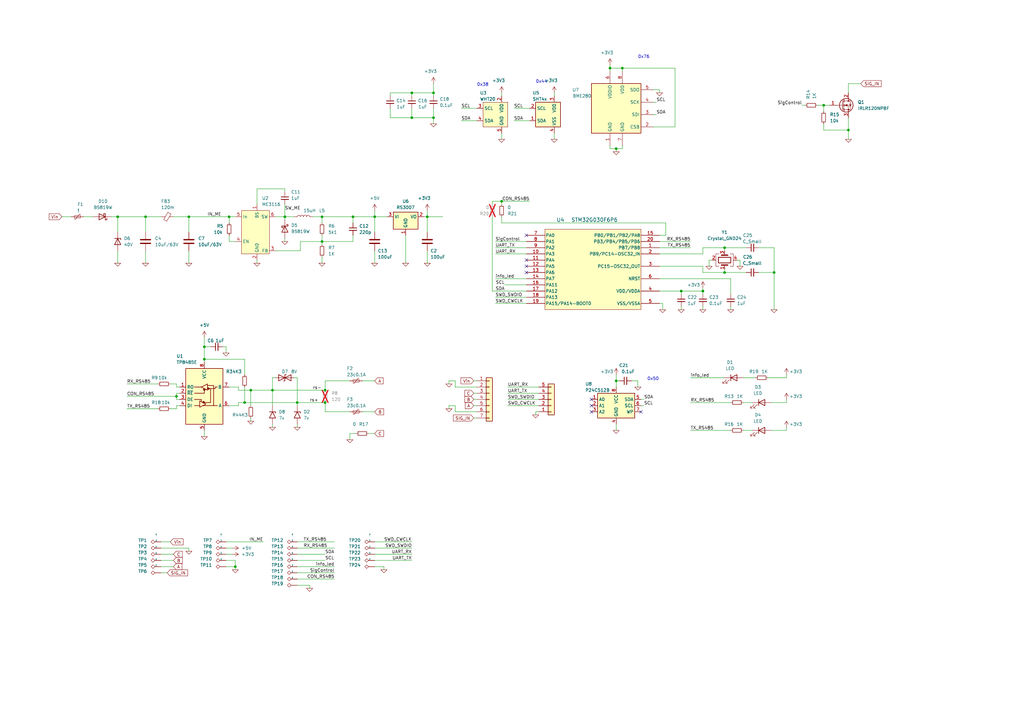
<source format=kicad_sch>
(kicad_sch (version 20230121) (generator eeschema)

  (uuid f8f0d90c-9268-4705-a247-335ce589d778)

  (paper "A3")

  

  (junction (at 96.52 232.41) (diameter 0) (color 0 0 0 0)
    (uuid 04f072dc-f2b4-44ed-a730-a29fee4e86a4)
  )
  (junction (at 111.76 160.02) (diameter 0) (color 0 0 0 0)
    (uuid 0bd5e047-39cd-4697-9e5b-2bf0f283442a)
  )
  (junction (at 72.39 162.56) (diameter 0) (color 0 0 0 0)
    (uuid 0c5d6ed7-6d67-4742-83a7-5b7b3e0f3253)
  )
  (junction (at 144.78 88.9) (diameter 0) (color 0 0 0 0)
    (uuid 16b0c1e2-7b1c-4411-98db-8121aab9b838)
  )
  (junction (at 48.26 88.9) (diameter 0) (color 0 0 0 0)
    (uuid 1ab0b4de-3974-48ba-8892-db88853348b3)
  )
  (junction (at 250.19 27.94) (diameter 0) (color 0 0 0 0)
    (uuid 1bb8a2f1-85ba-4570-9976-78c8f648b8a0)
  )
  (junction (at 175.26 88.9) (diameter 0) (color 0 0 0 0)
    (uuid 1ca79189-3fb3-4893-b2dc-b8bbf3fefb1d)
  )
  (junction (at 177.8 48.26) (diameter 0) (color 0 0 0 0)
    (uuid 262558dd-3b8f-46e0-b628-2130de7dacc9)
  )
  (junction (at 132.08 88.9) (diameter 0) (color 0 0 0 0)
    (uuid 30da9258-610f-4cdf-90e6-5f4d32f9340b)
  )
  (junction (at 297.18 111.76) (diameter 0) (color 0 0 0 0)
    (uuid 36fc1571-5423-4509-9592-ae905dd71834)
  )
  (junction (at 59.69 88.9) (diameter 0) (color 0 0 0 0)
    (uuid 3bf67eed-9f81-43e1-a17c-58e29fc1d71d)
  )
  (junction (at 252.73 60.96) (diameter 0) (color 0 0 0 0)
    (uuid 497cbd6b-9102-451b-8380-e47bf648fe9a)
  )
  (junction (at 255.27 27.94) (diameter 0) (color 0 0 0 0)
    (uuid 4e658457-44af-4011-83f8-0db5f60eabde)
  )
  (junction (at 168.91 38.1) (diameter 0) (color 0 0 0 0)
    (uuid 6ec78b37-7b7f-4444-a360-82149a9fcd0f)
  )
  (junction (at 83.82 142.24) (diameter 0) (color 0 0 0 0)
    (uuid 7f364d7d-ec77-47ab-a082-975e706b0d08)
  )
  (junction (at 83.82 147.32) (diameter 0) (color 0 0 0 0)
    (uuid 8022e977-2451-4a46-9d0a-446adb77275a)
  )
  (junction (at 133.35 160.02) (diameter 0) (color 0 0 0 0)
    (uuid 8cc871b6-cf6e-4edc-848c-7efd2b3f37ae)
  )
  (junction (at 121.92 165.1) (diameter 0) (color 0 0 0 0)
    (uuid 9429f6be-1c6a-4b13-8baf-4f1ec9eb3a92)
  )
  (junction (at 100.33 165.1) (diameter 0) (color 0 0 0 0)
    (uuid 9646713f-5e05-469a-90c5-4838d448db9d)
  )
  (junction (at 347.98 53.34) (diameter 0) (color 0 0 0 0)
    (uuid 9abdaf50-0340-4f96-924c-5d6b282a3e0a)
  )
  (junction (at 77.47 88.9) (diameter 0) (color 0 0 0 0)
    (uuid a05e9e86-8bc8-4e5b-8d64-d38991acbd9d)
  )
  (junction (at 279.4 119.38) (diameter 0) (color 0 0 0 0)
    (uuid a5ceafa1-a8e4-4fc0-8a8b-46fb914af4d4)
  )
  (junction (at 337.82 43.18) (diameter 0) (color 0 0 0 0)
    (uuid b42cfab2-3be2-4939-b7b1-63dad6ec87d7)
  )
  (junction (at 168.91 48.26) (diameter 0) (color 0 0 0 0)
    (uuid ba67339a-c44d-403c-b044-428a195acd26)
  )
  (junction (at 153.67 88.9) (diameter 0) (color 0 0 0 0)
    (uuid bb9537a9-f14c-48c9-88b9-31435cd20598)
  )
  (junction (at 297.18 101.6) (diameter 0) (color 0 0 0 0)
    (uuid bc3a101e-308a-4b48-adda-a0712e9b6560)
  )
  (junction (at 133.35 165.1) (diameter 0) (color 0 0 0 0)
    (uuid ca521e8f-1734-4946-b3a5-451fc0982d8d)
  )
  (junction (at 116.84 88.9) (diameter 0) (color 0 0 0 0)
    (uuid cea3e706-f210-423a-b622-28c90c525688)
  )
  (junction (at 102.87 160.02) (diameter 0) (color 0 0 0 0)
    (uuid d506c4a9-d907-46da-9340-772cd0a09af6)
  )
  (junction (at 252.73 156.21) (diameter 0) (color 0 0 0 0)
    (uuid d50878ea-b99f-45c1-a783-a21bc9ff0fa6)
  )
  (junction (at 288.29 119.38) (diameter 0) (color 0 0 0 0)
    (uuid d54c2231-91f4-4c16-9020-7f1c3dfbda87)
  )
  (junction (at 132.08 99.06) (diameter 0) (color 0 0 0 0)
    (uuid db0b4f35-3b64-45ca-a7ae-f4ff5625cb31)
  )
  (junction (at 317.5 111.76) (diameter 0) (color 0 0 0 0)
    (uuid df36c53b-19dc-4b10-802d-bafba37fe199)
  )
  (junction (at 205.74 82.55) (diameter 0) (color 0 0 0 0)
    (uuid eb23c027-ed07-439a-b2b0-e5125c7d251d)
  )
  (junction (at 93.98 88.9) (diameter 0) (color 0 0 0 0)
    (uuid ebd3a456-f599-40ed-a871-66502bd6e3be)
  )
  (junction (at 177.8 38.1) (diameter 0) (color 0 0 0 0)
    (uuid fe65d028-3751-4736-86a6-479e746cca2a)
  )

  (no_connect (at 215.9 96.52) (uuid 1340ebec-4f57-433c-9c70-272f38239c6c))
  (no_connect (at 215.9 109.22) (uuid 47f12332-4674-438b-9fd8-279d817c7ee9))
  (no_connect (at 215.9 106.68) (uuid 4bf9c9c7-fd8f-4f2c-8c78-20b647bdceb5))
  (no_connect (at 262.89 168.91) (uuid a29abf59-e830-4b4e-a797-bf75960d841c))
  (no_connect (at 242.57 163.83) (uuid b5001839-a1e7-45c1-9d13-c04dd1ea90e7))
  (no_connect (at 242.57 166.37) (uuid bada4c5c-37e4-4d71-a56c-7cc5047c86ba))
  (no_connect (at 242.57 168.91) (uuid de624a0c-81a0-4205-a082-2cb19675ba3e))
  (no_connect (at 215.9 111.76) (uuid decc4819-9a17-4eb0-9ed3-4d484cf00f5b))

  (wire (pts (xy 73.66 161.29) (xy 72.39 161.29))
    (stroke (width 0) (type default))
    (uuid 007ad8fe-67c6-466a-879a-dd81e9d9d5aa)
  )
  (wire (pts (xy 121.92 154.94) (xy 121.92 165.1))
    (stroke (width 0) (type default))
    (uuid 00ff451a-2569-4dd0-a238-208918bd76b4)
  )
  (wire (pts (xy 273.05 96.52) (xy 273.05 91.44))
    (stroke (width 0) (type default))
    (uuid 025fa13f-7404-4d3f-8e73-222c64ed6631)
  )
  (wire (pts (xy 227.33 54.61) (xy 227.33 57.15))
    (stroke (width 0) (type default))
    (uuid 04a85aaa-60b5-4e49-a2b7-13a4718171d8)
  )
  (wire (pts (xy 111.76 154.94) (xy 111.76 160.02))
    (stroke (width 0) (type default))
    (uuid 04f43bd6-35a1-49c4-bf16-b5bed554bd0d)
  )
  (wire (pts (xy 71.12 88.9) (xy 77.47 88.9))
    (stroke (width 0) (type default))
    (uuid 05f0703f-3779-4d31-9742-1a8793d23483)
  )
  (wire (pts (xy 100.33 158.75) (xy 100.33 165.1))
    (stroke (width 0) (type default))
    (uuid 060e5c79-b49a-48f7-8f6f-59c126a0aaa7)
  )
  (wire (pts (xy 177.8 44.45) (xy 177.8 48.26))
    (stroke (width 0) (type default))
    (uuid 06a7935b-010d-4778-bf54-c92b98b8f015)
  )
  (wire (pts (xy 322.58 153.67) (xy 322.58 154.94))
    (stroke (width 0) (type default))
    (uuid 0750ae34-90b6-4621-ae9b-d79222275d2e)
  )
  (wire (pts (xy 186.69 158.75) (xy 195.58 158.75))
    (stroke (width 0) (type default))
    (uuid 0a7db5c9-3149-40fd-b3c1-d0ffc111f667)
  )
  (wire (pts (xy 267.97 36.83) (xy 270.51 36.83))
    (stroke (width 0) (type default))
    (uuid 0b10cb18-7543-4a84-8e83-eb1ee66f1f24)
  )
  (wire (pts (xy 210.82 44.45) (xy 217.17 44.45))
    (stroke (width 0) (type default))
    (uuid 0d12af0c-cd4f-4732-b575-da0756ddc3f8)
  )
  (wire (pts (xy 97.79 160.02) (xy 102.87 160.02))
    (stroke (width 0) (type default))
    (uuid 0d41f50a-bfe9-4c33-bf7d-8523e2be43aa)
  )
  (wire (pts (xy 153.67 222.25) (xy 168.91 222.25))
    (stroke (width 0) (type default))
    (uuid 0e494feb-150d-424e-814a-0f303175b63e)
  )
  (wire (pts (xy 111.76 173.99) (xy 111.76 175.26))
    (stroke (width 0) (type default))
    (uuid 11565db8-5d6f-424a-b6cc-f8e786977922)
  )
  (wire (pts (xy 283.21 165.1) (xy 299.72 165.1))
    (stroke (width 0) (type default))
    (uuid 14c46a89-96a8-4403-b344-3b4e9bb1bd91)
  )
  (wire (pts (xy 276.86 27.94) (xy 255.27 27.94))
    (stroke (width 0) (type default))
    (uuid 14fc9d66-5667-4492-b71a-e407f5ba67af)
  )
  (wire (pts (xy 132.08 105.41) (xy 132.08 107.95))
    (stroke (width 0) (type default))
    (uuid 1507e178-14ea-4a2e-b1c5-f8c0c5a9564c)
  )
  (wire (pts (xy 347.98 34.29) (xy 353.06 34.29))
    (stroke (width 0) (type default))
    (uuid 15b295a1-f5b3-4d74-9fe3-0d2b03482ae7)
  )
  (wire (pts (xy 181.61 88.9) (xy 175.26 88.9))
    (stroke (width 0) (type default))
    (uuid 15d19c3a-cf72-4c84-910c-c3959f3c480d)
  )
  (wire (pts (xy 208.28 158.75) (xy 220.98 158.75))
    (stroke (width 0) (type default))
    (uuid 170728ae-b743-45d7-9fa5-134aac53efc1)
  )
  (wire (pts (xy 137.16 222.25) (xy 121.92 222.25))
    (stroke (width 0) (type default))
    (uuid 179bd95c-a236-46c8-bacd-c2eedc0b4e4d)
  )
  (wire (pts (xy 133.35 156.21) (xy 143.51 156.21))
    (stroke (width 0) (type default))
    (uuid 18dfb0e0-c735-4398-a2a1-187c61afbc05)
  )
  (wire (pts (xy 208.28 161.29) (xy 220.98 161.29))
    (stroke (width 0) (type default))
    (uuid 19056525-1c2d-4f79-b84a-e8b7366b8dc8)
  )
  (wire (pts (xy 143.51 177.8) (xy 146.05 177.8))
    (stroke (width 0) (type default))
    (uuid 19262eea-9df8-464a-9154-f885a399374d)
  )
  (wire (pts (xy 144.78 88.9) (xy 144.78 91.44))
    (stroke (width 0) (type default))
    (uuid 19a5ac88-fa62-4ecf-a51b-651b5cf04d24)
  )
  (wire (pts (xy 252.73 60.96) (xy 252.73 62.23))
    (stroke (width 0) (type default))
    (uuid 1a4e5569-e9f5-4499-9b1f-c69cc2f35de8)
  )
  (wire (pts (xy 173.99 88.9) (xy 175.26 88.9))
    (stroke (width 0) (type default))
    (uuid 1b4c4b08-b8c9-4e6a-87ac-533f00b1835b)
  )
  (wire (pts (xy 250.19 27.94) (xy 250.19 29.21))
    (stroke (width 0) (type default))
    (uuid 1cea6331-9a95-4f24-a51b-30bc3b83ec3e)
  )
  (wire (pts (xy 121.92 173.99) (xy 121.92 175.26))
    (stroke (width 0) (type default))
    (uuid 1e4a1653-04d3-4e55-9eeb-5f2e92482079)
  )
  (wire (pts (xy 189.23 49.53) (xy 195.58 49.53))
    (stroke (width 0) (type default))
    (uuid 1e854fae-86ef-4a2e-b50d-b42e602a0999)
  )
  (wire (pts (xy 72.39 157.48) (xy 69.85 157.48))
    (stroke (width 0) (type default))
    (uuid 1f83f6bd-e002-42b2-9b3a-4c2b38aaa3ad)
  )
  (wire (pts (xy 276.86 52.07) (xy 276.86 27.94))
    (stroke (width 0) (type default))
    (uuid 203f931f-8682-4310-a59f-87efbdb7db51)
  )
  (wire (pts (xy 160.02 48.26) (xy 168.91 48.26))
    (stroke (width 0) (type default))
    (uuid 22ab0e1e-4029-4c4f-a6ae-d7940be40217)
  )
  (wire (pts (xy 186.69 166.37) (xy 186.69 168.91))
    (stroke (width 0) (type default))
    (uuid 23962e91-cde7-4a2a-acdc-3e9114ba0ca9)
  )
  (wire (pts (xy 347.98 34.29) (xy 347.98 38.1))
    (stroke (width 0) (type default))
    (uuid 24bf7de6-1feb-4036-a401-29598eadc4bd)
  )
  (wire (pts (xy 153.67 86.36) (xy 153.67 88.9))
    (stroke (width 0) (type default))
    (uuid 25233bb2-1ae4-4f26-8f38-d6ebff91a87e)
  )
  (wire (pts (xy 105.41 77.47) (xy 116.84 77.47))
    (stroke (width 0) (type default))
    (uuid 2597eef5-a70e-48cb-878c-3abcdbc5ef0a)
  )
  (wire (pts (xy 113.03 88.9) (xy 116.84 88.9))
    (stroke (width 0) (type default))
    (uuid 26492365-0cb0-43eb-bf91-1f0c9b4a7e9d)
  )
  (wire (pts (xy 48.26 88.9) (xy 59.69 88.9))
    (stroke (width 0) (type default))
    (uuid 2875f283-3313-475b-92e5-04ea2422c9b5)
  )
  (wire (pts (xy 267.97 46.99) (xy 269.24 46.99))
    (stroke (width 0) (type default))
    (uuid 287606ed-bb4d-44f9-bb11-23a66a1b6dd8)
  )
  (wire (pts (xy 77.47 88.9) (xy 77.47 95.25))
    (stroke (width 0) (type default))
    (uuid 28ad8576-3c7f-429a-bdaa-1a2c9e796036)
  )
  (wire (pts (xy 203.2 101.6) (xy 215.9 101.6))
    (stroke (width 0) (type default))
    (uuid 29aabdd6-23f2-4274-8896-d4cc8f5a114c)
  )
  (wire (pts (xy 207.01 116.84) (xy 215.9 116.84))
    (stroke (width 0) (type default))
    (uuid 2a2e23c7-8555-4a7b-94b0-515ec410d2e8)
  )
  (wire (pts (xy 259.08 156.21) (xy 261.62 156.21))
    (stroke (width 0) (type default))
    (uuid 2a9be8f0-fd78-4450-b55b-8126235fcc94)
  )
  (wire (pts (xy 34.29 88.9) (xy 38.1 88.9))
    (stroke (width 0) (type default))
    (uuid 2a9d72e4-5c99-4d0e-9f91-96c9670d5dbf)
  )
  (wire (pts (xy 203.2 99.06) (xy 215.9 99.06))
    (stroke (width 0) (type default))
    (uuid 2a9f22d7-bf3c-4c0e-9618-9b0539358ac9)
  )
  (wire (pts (xy 113.03 154.94) (xy 111.76 154.94))
    (stroke (width 0) (type default))
    (uuid 2b304e1c-e9de-4398-9307-dad8303442cb)
  )
  (wire (pts (xy 210.82 49.53) (xy 217.17 49.53))
    (stroke (width 0) (type default))
    (uuid 2b5d879a-d85f-4ab3-93f4-2f5708fa262e)
  )
  (wire (pts (xy 102.87 160.02) (xy 111.76 160.02))
    (stroke (width 0) (type default))
    (uuid 2b830530-9a73-4e38-a493-7aa5b72e1d24)
  )
  (wire (pts (xy 261.62 156.21) (xy 261.62 158.75))
    (stroke (width 0) (type default))
    (uuid 2c9ad367-2ba7-4d77-ae71-8b598ffa1f78)
  )
  (wire (pts (xy 93.98 166.37) (xy 97.79 166.37))
    (stroke (width 0) (type default))
    (uuid 2d49636f-b820-4a85-b0cd-00a38a995553)
  )
  (wire (pts (xy 153.67 229.87) (xy 168.91 229.87))
    (stroke (width 0) (type default))
    (uuid 2d7f61bf-fe14-4815-9451-03077988c3c7)
  )
  (wire (pts (xy 203.2 121.92) (xy 215.9 121.92))
    (stroke (width 0) (type default))
    (uuid 2f447d6e-4b3a-43ab-9dcc-cff822c855f2)
  )
  (wire (pts (xy 45.72 88.9) (xy 48.26 88.9))
    (stroke (width 0) (type default))
    (uuid 320e3a09-0df4-4c86-a04b-98b6d8a85713)
  )
  (wire (pts (xy 186.69 156.21) (xy 186.69 158.75))
    (stroke (width 0) (type default))
    (uuid 344b5e96-a74a-4dd9-9b0e-5116b63e9ffc)
  )
  (wire (pts (xy 271.78 124.46) (xy 270.51 124.46))
    (stroke (width 0) (type default))
    (uuid 35841bbd-dfb6-4bf7-b65c-8348ae81dd0d)
  )
  (wire (pts (xy 144.78 99.06) (xy 132.08 99.06))
    (stroke (width 0) (type default))
    (uuid 35d196c2-e3f4-471a-8152-846cba9d9163)
  )
  (wire (pts (xy 250.19 26.67) (xy 250.19 27.94))
    (stroke (width 0) (type default))
    (uuid 37cd6502-32cf-4872-9ba3-df94bfa886e1)
  )
  (wire (pts (xy 270.51 96.52) (xy 273.05 96.52))
    (stroke (width 0) (type default))
    (uuid 38b70643-118d-4b12-8f15-a46e1f2bad18)
  )
  (wire (pts (xy 72.39 161.29) (xy 72.39 162.56))
    (stroke (width 0) (type default))
    (uuid 39d7c040-0a76-4b75-85d7-a127c4f62e8b)
  )
  (wire (pts (xy 219.71 168.91) (xy 220.98 168.91))
    (stroke (width 0) (type default))
    (uuid 3a68d13c-575c-4ca8-88f3-129233458b5e)
  )
  (wire (pts (xy 160.02 44.45) (xy 160.02 48.26))
    (stroke (width 0) (type default))
    (uuid 3a6d5c72-1e88-41dd-8a6f-f9322d139ca9)
  )
  (wire (pts (xy 288.29 118.11) (xy 288.29 119.38))
    (stroke (width 0) (type default))
    (uuid 3b40f611-461a-4a00-91df-c86bc2047e2e)
  )
  (wire (pts (xy 267.97 52.07) (xy 276.86 52.07))
    (stroke (width 0) (type default))
    (uuid 3b68aaec-dbbb-4c77-970a-d502b6871666)
  )
  (wire (pts (xy 270.51 104.14) (xy 288.29 104.14))
    (stroke (width 0) (type default))
    (uuid 3b8332d0-687c-486d-9631-66c593859922)
  )
  (wire (pts (xy 100.33 153.67) (xy 100.33 147.32))
    (stroke (width 0) (type default))
    (uuid 3d51fcbd-95a8-4375-a8ad-1941964f8381)
  )
  (wire (pts (xy 121.92 237.49) (xy 137.16 237.49))
    (stroke (width 0) (type default))
    (uuid 3de04eee-d519-4fc8-8827-6cf99facc319)
  )
  (wire (pts (xy 194.31 163.83) (xy 195.58 163.83))
    (stroke (width 0) (type default))
    (uuid 3e0db717-b5cb-4ef3-98c0-ea0398393f9a)
  )
  (wire (pts (xy 116.84 83.82) (xy 116.84 88.9))
    (stroke (width 0) (type default))
    (uuid 3f6ccfcf-aa91-44ec-895e-ce1e069882c3)
  )
  (wire (pts (xy 168.91 38.1) (xy 177.8 38.1))
    (stroke (width 0) (type default))
    (uuid 3fd66b54-1d1d-424e-a1c4-44eff6ad5b7f)
  )
  (wire (pts (xy 97.79 165.1) (xy 100.33 165.1))
    (stroke (width 0) (type default))
    (uuid 43ab4bd2-41ad-4df5-8644-12108bc177cb)
  )
  (wire (pts (xy 92.71 224.79) (xy 95.25 224.79))
    (stroke (width 0) (type default))
    (uuid 4434bc59-2856-48f3-bcc2-347855a30a69)
  )
  (wire (pts (xy 299.72 125.73) (xy 299.72 127))
    (stroke (width 0) (type default))
    (uuid 4468b951-e092-484d-913c-fde3d313df63)
  )
  (wire (pts (xy 304.8 165.1) (xy 308.61 165.1))
    (stroke (width 0) (type default))
    (uuid 4512cee4-0227-4e01-95fd-daa4199d163a)
  )
  (wire (pts (xy 91.44 142.24) (xy 92.71 142.24))
    (stroke (width 0) (type default))
    (uuid 45d58749-0d5a-4e58-af3f-b8cc9d73aa04)
  )
  (wire (pts (xy 77.47 224.79) (xy 66.04 224.79))
    (stroke (width 0) (type default))
    (uuid 4635e7be-a08b-4418-b2d7-021252622cf5)
  )
  (wire (pts (xy 337.82 53.34) (xy 347.98 53.34))
    (stroke (width 0) (type default))
    (uuid 47f46080-7b47-4e72-8c3b-be3806874633)
  )
  (wire (pts (xy 252.73 153.67) (xy 252.73 156.21))
    (stroke (width 0) (type default))
    (uuid 48a7fc52-5dfa-473c-a75e-cb4b1026f3bf)
  )
  (wire (pts (xy 347.98 53.34) (xy 347.98 48.26))
    (stroke (width 0) (type default))
    (uuid 496c047c-c3af-4791-8864-0068f900ee20)
  )
  (wire (pts (xy 83.82 138.43) (xy 83.82 142.24))
    (stroke (width 0) (type default))
    (uuid 4a13791d-7510-4191-888e-6e8132f2d777)
  )
  (wire (pts (xy 77.47 88.9) (xy 93.98 88.9))
    (stroke (width 0) (type default))
    (uuid 4a1e25c5-5674-430d-97de-8675217a3285)
  )
  (wire (pts (xy 337.82 50.8) (xy 337.82 53.34))
    (stroke (width 0) (type default))
    (uuid 4ac1f75b-2963-4752-b2ed-eabbec289908)
  )
  (wire (pts (xy 153.67 88.9) (xy 153.67 95.25))
    (stroke (width 0) (type default))
    (uuid 4cde214e-57c9-42c2-967d-26a5783192cc)
  )
  (wire (pts (xy 279.4 125.73) (xy 279.4 127))
    (stroke (width 0) (type default))
    (uuid 4d2ca80b-c6a0-4652-aed6-0a537c40b022)
  )
  (wire (pts (xy 314.96 154.94) (xy 322.58 154.94))
    (stroke (width 0) (type default))
    (uuid 4dad66ee-4539-4575-934f-fdda7e5f7c5b)
  )
  (wire (pts (xy 194.31 166.37) (xy 195.58 166.37))
    (stroke (width 0) (type default))
    (uuid 4e06aa04-371a-41c9-9ba3-264b59a3d3e4)
  )
  (wire (pts (xy 166.37 96.52) (xy 166.37 107.95))
    (stroke (width 0) (type default))
    (uuid 4e9927ca-b5f9-416b-a80d-e7d678333903)
  )
  (wire (pts (xy 66.04 222.25) (xy 69.85 222.25))
    (stroke (width 0) (type default))
    (uuid 4f772c61-4f59-4485-a496-337f4213acbc)
  )
  (wire (pts (xy 252.73 156.21) (xy 252.73 158.75))
    (stroke (width 0) (type default))
    (uuid 4fd1830f-9cf5-485f-94f2-2e439a224f80)
  )
  (wire (pts (xy 116.84 77.47) (xy 116.84 78.74))
    (stroke (width 0) (type default))
    (uuid 506df4e9-e49e-450c-aee7-7c02a319490d)
  )
  (wire (pts (xy 288.29 109.22) (xy 288.29 111.76))
    (stroke (width 0) (type default))
    (uuid 516039c8-5be9-42d6-bfb5-241a96f6f3e1)
  )
  (wire (pts (xy 97.79 165.1) (xy 97.79 166.37))
    (stroke (width 0) (type default))
    (uuid 51954e0a-5d22-4c06-af01-5bfb2119e47c)
  )
  (wire (pts (xy 160.02 38.1) (xy 168.91 38.1))
    (stroke (width 0) (type default))
    (uuid 525ec41a-fbd2-4f4e-8c95-d20b4335561e)
  )
  (wire (pts (xy 52.07 157.48) (xy 64.77 157.48))
    (stroke (width 0) (type default))
    (uuid 5602ba13-955c-494d-a450-df8c4085f347)
  )
  (wire (pts (xy 271.78 127) (xy 271.78 124.46))
    (stroke (width 0) (type default))
    (uuid 56875e8e-1cad-4755-9ada-4ea5ec012c99)
  )
  (wire (pts (xy 137.16 234.95) (xy 121.92 234.95))
    (stroke (width 0) (type default))
    (uuid 57c928f0-47c1-4a52-94d7-a7e7692b90e5)
  )
  (wire (pts (xy 270.51 36.83) (xy 270.51 38.1))
    (stroke (width 0) (type default))
    (uuid 58bc8aeb-3e20-48b0-9605-582097d7033b)
  )
  (wire (pts (xy 205.74 88.9) (xy 205.74 91.44))
    (stroke (width 0) (type default))
    (uuid 59958aa3-12f9-4e07-a65a-3466eabe100d)
  )
  (wire (pts (xy 92.71 142.24) (xy 92.71 144.78))
    (stroke (width 0) (type default))
    (uuid 59a78074-8025-4bb4-bd48-df457d4a2995)
  )
  (wire (pts (xy 195.58 156.21) (xy 194.31 156.21))
    (stroke (width 0) (type default))
    (uuid 5b9e0d2c-f3d9-41df-806c-99ba6d0f37b1)
  )
  (wire (pts (xy 157.48 232.41) (xy 157.48 233.68))
    (stroke (width 0) (type default))
    (uuid 5c41a858-1eff-4ded-95a0-e3b5c35c2442)
  )
  (wire (pts (xy 153.67 224.79) (xy 168.91 224.79))
    (stroke (width 0) (type default))
    (uuid 5c506766-61e5-4d4e-8612-ae239ed6f459)
  )
  (wire (pts (xy 297.18 101.6) (xy 306.07 101.6))
    (stroke (width 0) (type default))
    (uuid 5d11626e-d31e-4074-aeee-b861589347d1)
  )
  (wire (pts (xy 153.67 88.9) (xy 158.75 88.9))
    (stroke (width 0) (type default))
    (uuid 5db12a14-13a8-4571-b9c6-81bc749e75ee)
  )
  (wire (pts (xy 184.15 167.64) (xy 184.15 166.37))
    (stroke (width 0) (type default))
    (uuid 5e276877-b5fe-405c-b43c-70a0f4a51cf7)
  )
  (wire (pts (xy 219.71 170.18) (xy 219.71 168.91))
    (stroke (width 0) (type default))
    (uuid 5f0953df-db0d-4213-979b-6dea1d0c01e6)
  )
  (wire (pts (xy 201.93 119.38) (xy 215.9 119.38))
    (stroke (width 0) (type default))
    (uuid 5fdf31b0-e313-432f-9e0f-2ed609bd29ed)
  )
  (wire (pts (xy 120.65 154.94) (xy 121.92 154.94))
    (stroke (width 0) (type default))
    (uuid 61054e04-6a9a-474f-9a02-8fd3f4409615)
  )
  (wire (pts (xy 153.67 102.87) (xy 153.67 107.95))
    (stroke (width 0) (type default))
    (uuid 61cfb15c-2f17-4676-9a5d-de6ef1c46a9c)
  )
  (wire (pts (xy 133.35 229.87) (xy 121.92 229.87))
    (stroke (width 0) (type default))
    (uuid 623d4db6-89f2-4e21-974a-b9a1e737cfe4)
  )
  (wire (pts (xy 123.19 102.87) (xy 123.19 99.06))
    (stroke (width 0) (type default))
    (uuid 625be12b-4415-41fe-9a05-9be62f00b481)
  )
  (wire (pts (xy 177.8 38.1) (xy 177.8 39.37))
    (stroke (width 0) (type default))
    (uuid 639e4ba2-bf14-4d47-b3ed-ccb8f9050bcf)
  )
  (wire (pts (xy 93.98 99.06) (xy 93.98 96.52))
    (stroke (width 0) (type default))
    (uuid 64c77545-e561-41b8-8fbf-b3dbb99838f5)
  )
  (wire (pts (xy 283.21 99.06) (xy 270.51 99.06))
    (stroke (width 0) (type default))
    (uuid 6506d56f-f4eb-4a67-bf29-ff3c185da7d7)
  )
  (wire (pts (xy 72.39 166.37) (xy 73.66 166.37))
    (stroke (width 0) (type default))
    (uuid 6602a881-33f3-47de-9a20-4351c09382a1)
  )
  (wire (pts (xy 83.82 142.24) (xy 86.36 142.24))
    (stroke (width 0) (type default))
    (uuid 668cf21e-d967-45a6-953d-acc7c82ab319)
  )
  (wire (pts (xy 132.08 99.06) (xy 132.08 100.33))
    (stroke (width 0) (type default))
    (uuid 67bc2fe3-df65-46e3-a79a-53f288a67242)
  )
  (wire (pts (xy 96.52 229.87) (xy 96.52 232.41))
    (stroke (width 0) (type default))
    (uuid 68835e9f-7538-480e-afab-b2cfbce9bec7)
  )
  (wire (pts (xy 83.82 147.32) (xy 100.33 147.32))
    (stroke (width 0) (type default))
    (uuid 68dfd530-cbef-43d5-ba03-62e861af8793)
  )
  (wire (pts (xy 270.51 109.22) (xy 288.29 109.22))
    (stroke (width 0) (type default))
    (uuid 69c7feef-67f7-4816-b852-06a9caf8cc09)
  )
  (wire (pts (xy 250.19 59.69) (xy 250.19 60.96))
    (stroke (width 0) (type default))
    (uuid 6b69e01e-5ed8-4e69-9221-a832792eb2c4)
  )
  (wire (pts (xy 317.5 101.6) (xy 317.5 111.76))
    (stroke (width 0) (type default))
    (uuid 6be18ba0-6a1d-42ef-bf05-54154c8e809d)
  )
  (wire (pts (xy 316.23 165.1) (xy 322.58 165.1))
    (stroke (width 0) (type default))
    (uuid 6c05446f-8c13-4bff-8137-157353b5a661)
  )
  (wire (pts (xy 92.71 229.87) (xy 96.52 229.87))
    (stroke (width 0) (type default))
    (uuid 6ce109ee-53bf-4d5a-bc87-348d8a588eaf)
  )
  (wire (pts (xy 175.26 88.9) (xy 175.26 95.25))
    (stroke (width 0) (type default))
    (uuid 6d06a5fb-6714-4615-bca8-91c813672343)
  )
  (wire (pts (xy 151.13 177.8) (xy 153.67 177.8))
    (stroke (width 0) (type default))
    (uuid 6e05863f-0cfb-4b94-9485-605018fe049d)
  )
  (wire (pts (xy 48.26 102.87) (xy 48.26 107.95))
    (stroke (width 0) (type default))
    (uuid 6ee9a260-869b-4109-9766-e33ddf678f79)
  )
  (wire (pts (xy 297.18 101.6) (xy 297.18 102.87))
    (stroke (width 0) (type default))
    (uuid 6f9c9bd0-46d7-4155-935b-f647e2003320)
  )
  (wire (pts (xy 123.19 99.06) (xy 132.08 99.06))
    (stroke (width 0) (type default))
    (uuid 7024c6a2-e0e3-4dd4-b72c-8724014e302c)
  )
  (wire (pts (xy 133.35 156.21) (xy 133.35 160.02))
    (stroke (width 0) (type default))
    (uuid 70f07658-e112-4eda-87e2-e98b1a3c8f75)
  )
  (wire (pts (xy 153.67 227.33) (xy 168.91 227.33))
    (stroke (width 0) (type default))
    (uuid 722bc72e-fa08-4bbc-a506-e8439bcbad07)
  )
  (wire (pts (xy 102.87 171.45) (xy 102.87 172.72))
    (stroke (width 0) (type default))
    (uuid 73b24bc4-a0a0-4fad-92dd-c3da2ad84f21)
  )
  (wire (pts (xy 337.82 43.18) (xy 340.36 43.18))
    (stroke (width 0) (type default))
    (uuid 73b76097-31a6-4ef3-ba1b-b978af09fb30)
  )
  (wire (pts (xy 322.58 175.26) (xy 322.58 176.53))
    (stroke (width 0) (type default))
    (uuid 75fa31d5-6152-41db-b8cc-68ce9c8a2fbb)
  )
  (wire (pts (xy 205.74 91.44) (xy 273.05 91.44))
    (stroke (width 0) (type default))
    (uuid 767a68e2-0e7c-4843-87b8-7b878c3e77a1)
  )
  (wire (pts (xy 283.21 176.53) (xy 299.72 176.53))
    (stroke (width 0) (type default))
    (uuid 76bae8c0-1d6c-472e-891c-137e1b29bbdd)
  )
  (wire (pts (xy 262.89 166.37) (xy 264.16 166.37))
    (stroke (width 0) (type default))
    (uuid 77c8fd5f-43b8-49e3-a1fe-deab8b693ce4)
  )
  (wire (pts (xy 153.67 232.41) (xy 157.48 232.41))
    (stroke (width 0) (type default))
    (uuid 7842b1a0-d574-490f-b58b-25add46b5533)
  )
  (wire (pts (xy 102.87 166.37) (xy 102.87 160.02))
    (stroke (width 0) (type default))
    (uuid 78510f47-8711-4c0b-9bba-fb087cffa97b)
  )
  (wire (pts (xy 250.19 60.96) (xy 252.73 60.96))
    (stroke (width 0) (type default))
    (uuid 7900b984-fdbd-4724-a63f-a8e497fee748)
  )
  (wire (pts (xy 297.18 110.49) (xy 297.18 111.76))
    (stroke (width 0) (type default))
    (uuid 7a65cecb-58d5-4b74-aefd-db79e638b2a6)
  )
  (wire (pts (xy 184.15 157.48) (xy 184.15 156.21))
    (stroke (width 0) (type default))
    (uuid 7af68852-ff70-466b-a10f-e148c0e72c7a)
  )
  (wire (pts (xy 252.73 173.99) (xy 252.73 176.53))
    (stroke (width 0) (type default))
    (uuid 7ba50596-ea67-44c6-bc43-ff76f15ecfe4)
  )
  (wire (pts (xy 148.59 156.21) (xy 153.67 156.21))
    (stroke (width 0) (type default))
    (uuid 7c7e8a6f-f317-45f0-aaef-02560d201fa9)
  )
  (wire (pts (xy 148.59 168.91) (xy 153.67 168.91))
    (stroke (width 0) (type default))
    (uuid 7d482155-b15c-4ce8-8b12-f611c91c486e)
  )
  (wire (pts (xy 127 240.03) (xy 127 241.3))
    (stroke (width 0) (type default))
    (uuid 7e39e8de-699f-4694-8fa3-431b18828549)
  )
  (wire (pts (xy 121.92 165.1) (xy 133.35 165.1))
    (stroke (width 0) (type default))
    (uuid 7ebcc5a6-1a7e-4a93-b6df-bead4f9f8dde)
  )
  (wire (pts (xy 132.08 96.52) (xy 132.08 99.06))
    (stroke (width 0) (type default))
    (uuid 80bb180e-d843-48ed-baee-f84f88547042)
  )
  (wire (pts (xy 184.15 156.21) (xy 186.69 156.21))
    (stroke (width 0) (type default))
    (uuid 819a1139-aeb2-4fff-86a6-1305eeddb6c9)
  )
  (wire (pts (xy 116.84 90.17) (xy 116.84 88.9))
    (stroke (width 0) (type default))
    (uuid 81c9d657-2f7b-48d8-b56b-f0454dee0a0c)
  )
  (wire (pts (xy 77.47 102.87) (xy 77.47 107.95))
    (stroke (width 0) (type default))
    (uuid 841c75cb-adf1-4bae-8d76-a0c60c41a038)
  )
  (wire (pts (xy 96.52 232.41) (xy 92.71 232.41))
    (stroke (width 0) (type default))
    (uuid 84ec4972-1b9e-4cdd-913a-16c3468d081d)
  )
  (wire (pts (xy 128.27 88.9) (xy 132.08 88.9))
    (stroke (width 0) (type default))
    (uuid 850e2188-c080-4d9c-8300-a7a2ea4d493f)
  )
  (wire (pts (xy 83.82 142.24) (xy 83.82 147.32))
    (stroke (width 0) (type default))
    (uuid 858cf2e8-1ff7-43f6-9713-f9a32c8eb3a8)
  )
  (wire (pts (xy 347.98 53.34) (xy 347.98 57.15))
    (stroke (width 0) (type default))
    (uuid 872d92a9-3b18-4491-810d-252525ccf10b)
  )
  (wire (pts (xy 288.29 111.76) (xy 297.18 111.76))
    (stroke (width 0) (type default))
    (uuid 874917b0-2874-4919-a78e-4b1e1a2b3d90)
  )
  (wire (pts (xy 144.78 88.9) (xy 153.67 88.9))
    (stroke (width 0) (type default))
    (uuid 8822eeb9-5e8a-4c5a-900b-211ac72e39e9)
  )
  (wire (pts (xy 304.8 176.53) (xy 308.61 176.53))
    (stroke (width 0) (type default))
    (uuid 895cbf20-423e-447b-bb4c-7382268a15d4)
  )
  (wire (pts (xy 288.29 119.38) (xy 288.29 120.65))
    (stroke (width 0) (type default))
    (uuid 89cbb739-2030-4e86-8442-b2639a07355f)
  )
  (wire (pts (xy 205.74 38.1) (xy 205.74 39.37))
    (stroke (width 0) (type default))
    (uuid 8b537e5a-bb1d-4cdc-b3b5-a057ceccd01c)
  )
  (wire (pts (xy 186.69 168.91) (xy 195.58 168.91))
    (stroke (width 0) (type default))
    (uuid 8bbbb7f1-e018-4466-b7ac-566c9bb608af)
  )
  (wire (pts (xy 116.84 97.79) (xy 116.84 99.06))
    (stroke (width 0) (type default))
    (uuid 8ccca81a-316a-4b30-a08e-514e2648aaa3)
  )
  (wire (pts (xy 69.85 167.64) (xy 72.39 167.64))
    (stroke (width 0) (type default))
    (uuid 8ced20ca-67f9-4917-bb5a-a771a71a7cf1)
  )
  (wire (pts (xy 288.29 104.14) (xy 288.29 101.6))
    (stroke (width 0) (type default))
    (uuid 8dbbee7f-b402-46f2-a4cb-9eb4eb93a0dd)
  )
  (wire (pts (xy 133.35 227.33) (xy 121.92 227.33))
    (stroke (width 0) (type default))
    (uuid 8ddcc04b-0f83-4087-be4e-03b6a74bfa86)
  )
  (wire (pts (xy 116.84 88.9) (xy 120.65 88.9))
    (stroke (width 0) (type default))
    (uuid 8ec0b1af-07c3-4525-9bc6-445575e01ba7)
  )
  (wire (pts (xy 73.66 163.83) (xy 72.39 163.83))
    (stroke (width 0) (type default))
    (uuid 8ff6cd9b-4f74-416d-a89a-da8d16ff3df6)
  )
  (wire (pts (xy 208.28 163.83) (xy 220.98 163.83))
    (stroke (width 0) (type default))
    (uuid 9004892d-3239-4a4f-840d-37e0d8ba9521)
  )
  (wire (pts (xy 133.35 165.1) (xy 133.35 168.91))
    (stroke (width 0) (type default))
    (uuid 90e70744-e5d8-4740-ae0a-804946068fcb)
  )
  (wire (pts (xy 203.2 104.14) (xy 215.9 104.14))
    (stroke (width 0) (type default))
    (uuid 92852c8a-48df-48ab-a2e0-91155031a47e)
  )
  (wire (pts (xy 227.33 38.1) (xy 227.33 39.37))
    (stroke (width 0) (type default))
    (uuid 9370162c-944b-446b-99ba-6adb3edcda90)
  )
  (wire (pts (xy 279.4 119.38) (xy 279.4 120.65))
    (stroke (width 0) (type default))
    (uuid 93864e83-68b6-4c46-960e-8af2d91c3218)
  )
  (wire (pts (xy 288.29 101.6) (xy 297.18 101.6))
    (stroke (width 0) (type default))
    (uuid 9635cc47-0a25-4b20-bbbe-3ca85b33bbbf)
  )
  (wire (pts (xy 168.91 44.45) (xy 168.91 48.26))
    (stroke (width 0) (type default))
    (uuid 97aa4eb8-d782-4ff2-8f51-d54488f5d4c4)
  )
  (wire (pts (xy 59.69 102.87) (xy 59.69 107.95))
    (stroke (width 0) (type default))
    (uuid 9866fc05-ac45-4746-8470-ccb0405d1e9e)
  )
  (wire (pts (xy 93.98 158.75) (xy 97.79 158.75))
    (stroke (width 0) (type default))
    (uuid 98ac28d5-9567-4b3c-992c-e314deb45747)
  )
  (wire (pts (xy 283.21 101.6) (xy 270.51 101.6))
    (stroke (width 0) (type default))
    (uuid 9b5fd8ea-dd1b-4308-80c5-91cd7a16cfc5)
  )
  (wire (pts (xy 59.69 88.9) (xy 66.04 88.9))
    (stroke (width 0) (type default))
    (uuid 9c6d73a7-878f-4285-a7a8-6e13614872db)
  )
  (wire (pts (xy 288.29 125.73) (xy 288.29 127))
    (stroke (width 0) (type default))
    (uuid 9e04b0c4-007c-4594-8c72-8c9ea2429173)
  )
  (wire (pts (xy 105.41 83.82) (xy 105.41 77.47))
    (stroke (width 0) (type default))
    (uuid 9e5471e7-c699-4e33-a1aa-1b83a5f09cea)
  )
  (wire (pts (xy 205.74 54.61) (xy 205.74 57.15))
    (stroke (width 0) (type default))
    (uuid 9fb33424-84b6-448c-8acd-9f6bd4f44bd4)
  )
  (wire (pts (xy 71.12 227.33) (xy 66.04 227.33))
    (stroke (width 0) (type default))
    (uuid a0685348-d591-433b-87da-d8ec2eb849b3)
  )
  (wire (pts (xy 105.41 106.68) (xy 105.41 107.95))
    (stroke (width 0) (type default))
    (uuid a1c3937c-996f-4a67-90f3-cb9626aa9925)
  )
  (wire (pts (xy 290.83 106.68) (xy 290.83 109.22))
    (stroke (width 0) (type default))
    (uuid a3b4fcb5-9629-402f-9bc2-57e83eddfe60)
  )
  (wire (pts (xy 177.8 48.26) (xy 177.8 50.8))
    (stroke (width 0) (type default))
    (uuid a3c74439-b6bb-4ba3-9061-fc5bba7c6a06)
  )
  (wire (pts (xy 255.27 27.94) (xy 255.27 29.21))
    (stroke (width 0) (type default))
    (uuid a4071776-fcc6-4d17-a5e2-b2ce5489ec17)
  )
  (wire (pts (xy 93.98 91.44) (xy 93.98 88.9))
    (stroke (width 0) (type default))
    (uuid a6ed817d-6d3f-4fab-a255-e76933f9ac60)
  )
  (wire (pts (xy 303.53 106.68) (xy 303.53 109.22))
    (stroke (width 0) (type default))
    (uuid a72343f0-8368-4dc4-ba00-53367eb00c60)
  )
  (wire (pts (xy 194.31 161.29) (xy 195.58 161.29))
    (stroke (width 0) (type default))
    (uuid a748edf8-1f43-408c-ad3b-dc23efec7a8e)
  )
  (wire (pts (xy 72.39 167.64) (xy 72.39 166.37))
    (stroke (width 0) (type default))
    (uuid a75d2c28-7f5f-4b68-bbd1-cd334b07ced8)
  )
  (wire (pts (xy 189.23 44.45) (xy 195.58 44.45))
    (stroke (width 0) (type default))
    (uuid a81d5c37-74e3-49b7-948c-96707631f404)
  )
  (wire (pts (xy 59.69 88.9) (xy 59.69 95.25))
    (stroke (width 0) (type default))
    (uuid a920883c-4d7f-48a2-b932-ac5f86a4ae84)
  )
  (wire (pts (xy 297.18 111.76) (xy 306.07 111.76))
    (stroke (width 0) (type default))
    (uuid a941c029-58d8-4117-aabe-f4ab3edbb1d2)
  )
  (wire (pts (xy 311.15 101.6) (xy 317.5 101.6))
    (stroke (width 0) (type default))
    (uuid a973aeda-fd11-406d-b50e-dc5671df117e)
  )
  (wire (pts (xy 175.26 102.87) (xy 175.26 107.95))
    (stroke (width 0) (type default))
    (uuid a9be1525-692b-4446-be6c-f511bcf3db62)
  )
  (wire (pts (xy 77.47 224.79) (xy 77.47 226.06))
    (stroke (width 0) (type default))
    (uuid a9beec29-f249-4352-8d76-53c8792035bf)
  )
  (wire (pts (xy 97.79 158.75) (xy 97.79 160.02))
    (stroke (width 0) (type default))
    (uuid acfd718e-55af-4c46-86e4-4799b7bc0801)
  )
  (wire (pts (xy 133.35 168.91) (xy 143.51 168.91))
    (stroke (width 0) (type default))
    (uuid ad4019f0-4c07-4119-90c1-973bc34d625d)
  )
  (wire (pts (xy 132.08 88.9) (xy 132.08 91.44))
    (stroke (width 0) (type default))
    (uuid ad5cd67a-76dd-40aa-8027-20134a5878e5)
  )
  (wire (pts (xy 72.39 158.75) (xy 72.39 157.48))
    (stroke (width 0) (type default))
    (uuid ad632d11-663d-449e-8311-a73cd7a3c495)
  )
  (wire (pts (xy 252.73 60.96) (xy 255.27 60.96))
    (stroke (width 0) (type default))
    (uuid ae5423a4-43c0-45f9-b1f4-d9bb228bf614)
  )
  (wire (pts (xy 68.58 234.95) (xy 66.04 234.95))
    (stroke (width 0) (type default))
    (uuid af18ec23-de1a-4729-b3a1-9f5716d52e47)
  )
  (wire (pts (xy 279.4 119.38) (xy 288.29 119.38))
    (stroke (width 0) (type default))
    (uuid af630d57-83cf-4a8d-a7de-070411e9af23)
  )
  (wire (pts (xy 302.26 106.68) (xy 303.53 106.68))
    (stroke (width 0) (type default))
    (uuid afb1f3e9-7782-447c-9fea-221064fd2e57)
  )
  (wire (pts (xy 168.91 38.1) (xy 168.91 39.37))
    (stroke (width 0) (type default))
    (uuid b03db2fd-9ad6-4183-84ae-b8049fd10d89)
  )
  (wire (pts (xy 52.07 162.56) (xy 72.39 162.56))
    (stroke (width 0) (type default))
    (uuid b40e5f6d-282a-4e38-b918-e042b670855b)
  )
  (wire (pts (xy 168.91 48.26) (xy 177.8 48.26))
    (stroke (width 0) (type default))
    (uuid b6b57912-4241-4f0a-93dd-813a4ee0d70d)
  )
  (wire (pts (xy 137.16 224.79) (xy 121.92 224.79))
    (stroke (width 0) (type default))
    (uuid b6e3d4ce-da8c-48ee-a378-eeeb122f978e)
  )
  (wire (pts (xy 177.8 34.29) (xy 177.8 38.1))
    (stroke (width 0) (type default))
    (uuid bdb9c98e-c5ff-42de-83af-6aa1cbbcfa15)
  )
  (wire (pts (xy 71.12 229.87) (xy 66.04 229.87))
    (stroke (width 0) (type default))
    (uuid be2e1b35-349d-4089-8f63-b2ad4dbd3f94)
  )
  (wire (pts (xy 290.83 106.68) (xy 292.1 106.68))
    (stroke (width 0) (type default))
    (uuid bfbebac4-6244-40fd-889d-d899bb1c1d34)
  )
  (wire (pts (xy 121.92 165.1) (xy 121.92 166.37))
    (stroke (width 0) (type default))
    (uuid c081cd0d-ca43-4a28-93b0-ee5508d004f7)
  )
  (wire (pts (xy 205.74 82.55) (xy 205.74 83.82))
    (stroke (width 0) (type default))
    (uuid c26b6a99-2e59-4e7e-a701-5436534321ed)
  )
  (wire (pts (xy 201.93 82.55) (xy 205.74 82.55))
    (stroke (width 0) (type default))
    (uuid c2de178b-ba96-4cac-b032-7b0411371197)
  )
  (wire (pts (xy 113.03 102.87) (xy 123.19 102.87))
    (stroke (width 0) (type default))
    (uuid c36a2d7b-4981-4a61-b96a-2b266d983d62)
  )
  (wire (pts (xy 252.73 156.21) (xy 254 156.21))
    (stroke (width 0) (type default))
    (uuid c4a0f811-8e77-4d8c-8db3-5e969ab23f40)
  )
  (wire (pts (xy 160.02 39.37) (xy 160.02 38.1))
    (stroke (width 0) (type default))
    (uuid c4fbaed5-1cfc-4df7-b44d-7ccc88519219)
  )
  (wire (pts (xy 137.16 232.41) (xy 121.92 232.41))
    (stroke (width 0) (type default))
    (uuid c622a1fc-7e9a-4440-8367-85811513a046)
  )
  (wire (pts (xy 267.97 41.91) (xy 269.24 41.91))
    (stroke (width 0) (type default))
    (uuid c6a00777-73c4-46a3-b922-e91737d0b523)
  )
  (wire (pts (xy 283.21 154.94) (xy 297.18 154.94))
    (stroke (width 0) (type default))
    (uuid c801d98a-7e7a-4c34-9e29-46bf0eaf2b36)
  )
  (wire (pts (xy 144.78 96.52) (xy 144.78 99.06))
    (stroke (width 0) (type default))
    (uuid c995500c-6587-46c3-b44c-9b071ec69427)
  )
  (wire (pts (xy 255.27 59.69) (xy 255.27 60.96))
    (stroke (width 0) (type default))
    (uuid ca0bd221-48ce-44ef-94ee-a8fe1cea43e5)
  )
  (wire (pts (xy 132.08 88.9) (xy 144.78 88.9))
    (stroke (width 0) (type default))
    (uuid ca7ae7ca-3291-4e90-a023-676c9438ed01)
  )
  (wire (pts (xy 208.28 166.37) (xy 220.98 166.37))
    (stroke (width 0) (type default))
    (uuid caaf2e2b-b506-4447-bd4a-ccf10b64551c)
  )
  (wire (pts (xy 143.51 180.34) (xy 143.51 177.8))
    (stroke (width 0) (type default))
    (uuid cb171f60-f4be-4398-963a-e011d8bcaf5b)
  )
  (wire (pts (xy 184.15 166.37) (xy 186.69 166.37))
    (stroke (width 0) (type default))
    (uuid cbebc43c-9c4a-47fd-bebf-4020a540e19d)
  )
  (wire (pts (xy 317.5 111.76) (xy 317.5 127))
    (stroke (width 0) (type default))
    (uuid cdb508e4-2741-4faa-acf0-ee965335f334)
  )
  (wire (pts (xy 316.23 176.53) (xy 322.58 176.53))
    (stroke (width 0) (type default))
    (uuid cde9beed-1367-406f-8a33-0333ad9d2bf4)
  )
  (wire (pts (xy 121.92 240.03) (xy 127 240.03))
    (stroke (width 0) (type default))
    (uuid cedcb822-46b7-4d01-bbe2-70408dc501dc)
  )
  (wire (pts (xy 203.2 124.46) (xy 215.9 124.46))
    (stroke (width 0) (type default))
    (uuid cedfe91d-b9f6-4174-8431-b7ba95b11770)
  )
  (wire (pts (xy 111.76 160.02) (xy 133.35 160.02))
    (stroke (width 0) (type default))
    (uuid d0ee33ea-5b27-4113-a2b2-9b3b738e5109)
  )
  (wire (pts (xy 299.72 114.3) (xy 299.72 120.65))
    (stroke (width 0) (type default))
    (uuid d3bc1843-6167-4ae9-9e43-bbd02dbd474c)
  )
  (wire (pts (xy 100.33 165.1) (xy 121.92 165.1))
    (stroke (width 0) (type default))
    (uuid d51bf458-bd4a-439d-b07d-85dfd3287ee4)
  )
  (wire (pts (xy 96.52 99.06) (xy 93.98 99.06))
    (stroke (width 0) (type default))
    (uuid d7fbfe4e-fbe5-4c17-9887-ea7a58a5a55a)
  )
  (wire (pts (xy 73.66 158.75) (xy 72.39 158.75))
    (stroke (width 0) (type default))
    (uuid d81514b8-284e-4101-9222-f7e63448279d)
  )
  (wire (pts (xy 203.2 114.3) (xy 215.9 114.3))
    (stroke (width 0) (type default))
    (uuid da066ef8-1ea3-4d52-a26d-74bda934151f)
  )
  (wire (pts (xy 322.58 163.83) (xy 322.58 165.1))
    (stroke (width 0) (type default))
    (uuid dad34476-ca58-4fb2-8ab7-d67dee27fcac)
  )
  (wire (pts (xy 72.39 162.56) (xy 72.39 163.83))
    (stroke (width 0) (type default))
    (uuid dc259664-411e-40bf-810c-e810ea057fc5)
  )
  (wire (pts (xy 270.51 119.38) (xy 279.4 119.38))
    (stroke (width 0) (type default))
    (uuid debadb96-a978-41af-85bb-e32cb6444794)
  )
  (wire (pts (xy 201.93 88.9) (xy 201.93 119.38))
    (stroke (width 0) (type default))
    (uuid e06fa685-2140-44dc-be94-6398a942110e)
  )
  (wire (pts (xy 92.71 222.25) (xy 107.95 222.25))
    (stroke (width 0) (type default))
    (uuid e187fc86-9469-4105-96b3-3fae3eec5101)
  )
  (wire (pts (xy 255.27 27.94) (xy 250.19 27.94))
    (stroke (width 0) (type default))
    (uuid e24ff021-ad2f-4ffb-a6ff-58e2a54cb6b6)
  )
  (wire (pts (xy 337.82 43.18) (xy 337.82 45.72))
    (stroke (width 0) (type default))
    (uuid e26ce105-07c1-410c-9380-b1453736f804)
  )
  (wire (pts (xy 93.98 88.9) (xy 96.52 88.9))
    (stroke (width 0) (type default))
    (uuid e3db4876-4c79-4956-9ed5-2c4ef745aae3)
  )
  (wire (pts (xy 201.93 83.82) (xy 201.93 82.55))
    (stroke (width 0) (type default))
    (uuid e8e183a5-54ce-4ddf-a5ae-f2bd59d4de27)
  )
  (wire (pts (xy 175.26 86.36) (xy 175.26 88.9))
    (stroke (width 0) (type default))
    (uuid e9287255-1c2a-4ae1-965c-c00cd97bb344)
  )
  (wire (pts (xy 25.4 88.9) (xy 29.21 88.9))
    (stroke (width 0) (type default))
    (uuid ea51ac03-c3cb-4e71-bdd7-4ab75faf8d97)
  )
  (wire (pts (xy 83.82 147.32) (xy 83.82 148.59))
    (stroke (width 0) (type default))
    (uuid eb348121-8d40-4a55-aada-018dd6b988ac)
  )
  (wire (pts (xy 270.51 114.3) (xy 299.72 114.3))
    (stroke (width 0) (type default))
    (uuid eb3ccf26-468e-44b0-8b4c-282e58854914)
  )
  (wire (pts (xy 92.71 227.33) (xy 95.25 227.33))
    (stroke (width 0) (type default))
    (uuid ec8e164b-1a91-4a1a-a568-ace8aa96e45a)
  )
  (wire (pts (xy 262.89 163.83) (xy 264.16 163.83))
    (stroke (width 0) (type default))
    (uuid f0930c25-c048-4651-81c8-117ab5370022)
  )
  (wire (pts (xy 83.82 176.53) (xy 83.82 179.07))
    (stroke (width 0) (type default))
    (uuid f14686e0-ba8d-4d4f-a8fa-2116cd987c43)
  )
  (wire (pts (xy 330.2 43.18) (xy 328.93 43.18))
    (stroke (width 0) (type default))
    (uuid f1832b56-2508-4270-8687-4b8a874fb851)
  )
  (wire (pts (xy 205.74 82.55) (xy 217.17 82.55))
    (stroke (width 0) (type default))
    (uuid f350d9a1-ffd7-4550-8f1d-526791ff98a5)
  )
  (wire (pts (xy 194.31 171.45) (xy 195.58 171.45))
    (stroke (width 0) (type default))
    (uuid f4bafc40-4436-444e-aa60-3e12aeaacc5a)
  )
  (wire (pts (xy 71.12 232.41) (xy 66.04 232.41))
    (stroke (width 0) (type default))
    (uuid f4fbad54-a9b9-487b-8dad-246df67eee45)
  )
  (wire (pts (xy 111.76 160.02) (xy 111.76 166.37))
    (stroke (width 0) (type default))
    (uuid f5ae2b32-b63e-42cc-a63e-a7bec5a96381)
  )
  (wire (pts (xy 52.07 167.64) (xy 64.77 167.64))
    (stroke (width 0) (type default))
    (uuid f7331e0c-b2ff-4077-9992-a641916df1e6)
  )
  (wire (pts (xy 335.28 43.18) (xy 337.82 43.18))
    (stroke (width 0) (type default))
    (uuid f74a9b6f-3138-491a-875a-6f92f2b57968)
  )
  (wire (pts (xy 96.52 232.41) (xy 96.52 233.68))
    (stroke (width 0) (type default))
    (uuid fc224bb9-82d3-47a8-a33a-a9879b3186fe)
  )
  (wire (pts (xy 304.8 154.94) (xy 309.88 154.94))
    (stroke (width 0) (type default))
    (uuid fd57a8f4-6a24-4887-8a4c-37fc0734358e)
  )
  (wire (pts (xy 311.15 111.76) (xy 317.5 111.76))
    (stroke (width 0) (type default))
    (uuid fe857aaa-7558-4864-bdae-b61096d7d554)
  )
  (wire (pts (xy 48.26 88.9) (xy 48.26 95.25))
    (stroke (width 0) (type default))
    (uuid ffc501f5-9e04-47c7-a097-d280a37058aa)
  )

  (text "0x38" (at 195.58 35.56 0)
    (effects (font (size 1.27 1.27)) (justify left bottom))
    (uuid 7892b0c2-1fb6-4cad-b72b-3363e38fd975)
  )
  (text "0x50" (at 265.43 156.21 0)
    (effects (font (size 1.27 1.27)) (justify left bottom))
    (uuid 9b379dfb-361b-4450-b8d9-457d570c14d0)
  )
  (text "0x44 " (at 219.71 34.29 0)
    (effects (font (size 1.27 1.27)) (justify left bottom))
    (uuid a18b0900-edf2-43c3-84de-d42d4bfa086f)
  )
  (text "0x76" (at 261.62 24.13 0)
    (effects (font (size 1.27 1.27)) (justify left bottom))
    (uuid e0c61d22-0226-4ecd-ae18-fa2e29b0c08c)
  )

  (label "SigControl" (at 328.93 43.18 180) (fields_autoplaced)
    (effects (font (size 1.27 1.27)) (justify right bottom))
    (uuid 00d8516e-4f94-4959-bc0c-1271ccd8f7f8)
  )
  (label "SDA" (at 207.01 119.38 180) (fields_autoplaced)
    (effects (font (size 1.27 1.27)) (justify right bottom))
    (uuid 05df8b5c-5006-49fe-beaa-b1ea9a303635)
  )
  (label "SWD_SWDIO" (at 168.91 224.79 180) (fields_autoplaced)
    (effects (font (size 1.27 1.27)) (justify right bottom))
    (uuid 069fa38f-a7b9-4ed4-bbee-33c7bb6195de)
  )
  (label "UART_RX" (at 203.2 104.14 0) (fields_autoplaced)
    (effects (font (size 1.27 1.27)) (justify left bottom))
    (uuid 0cd28e4e-d1e0-4fb5-9247-496037338a06)
  )
  (label "SDA" (at 264.16 163.83 0) (fields_autoplaced)
    (effects (font (size 1.27 1.27)) (justify left bottom))
    (uuid 19308958-9a73-4c66-a809-a9dc1d2ee9ad)
  )
  (label "info_led" (at 137.16 232.41 180) (fields_autoplaced)
    (effects (font (size 1.27 1.27)) (justify right bottom))
    (uuid 25a97a7b-0059-42a9-987d-4aa2dd482c12)
  )
  (label "info_led" (at 283.21 154.94 0) (fields_autoplaced)
    (effects (font (size 1.27 1.27)) (justify left bottom))
    (uuid 2860981c-a8a9-40b3-a415-bc9fda2cbc96)
  )
  (label "SCL" (at 189.23 44.45 0) (fields_autoplaced)
    (effects (font (size 1.27 1.27)) (justify left bottom))
    (uuid 2b6ad553-0e6b-461d-984a-f51d3f2052f5)
  )
  (label "SDA" (at 133.35 227.33 0) (fields_autoplaced)
    (effects (font (size 1.27 1.27)) (justify left bottom))
    (uuid 318d4e95-bad8-4661-8868-a49fb4829eab)
  )
  (label "SDA" (at 210.82 49.53 0) (fields_autoplaced)
    (effects (font (size 1.27 1.27)) (justify left bottom))
    (uuid 31de91f2-b34c-43a7-9ad7-cc5e3159e3f2)
  )
  (label "RX_RS485" (at 124.46 224.79 0) (fields_autoplaced)
    (effects (font (size 1.27 1.27)) (justify left bottom))
    (uuid 325aa1b1-4b0d-4317-a713-a3af0ab64eb5)
  )
  (label "TX_RS485" (at 283.21 176.53 0) (fields_autoplaced)
    (effects (font (size 1.27 1.27)) (justify left bottom))
    (uuid 34bd81f5-9077-4735-baf6-2b575b025d9d)
  )
  (label "RX_RS485" (at 283.21 165.1 0) (fields_autoplaced)
    (effects (font (size 1.27 1.27)) (justify left bottom))
    (uuid 34e2fbef-9e4a-44a8-abdc-926183543d7d)
  )
  (label "SWD_SWDIO" (at 203.2 121.92 0) (fields_autoplaced)
    (effects (font (size 1.27 1.27)) (justify left bottom))
    (uuid 34e3142d-576a-4c29-9e41-e38ec4d3f8ba)
  )
  (label "SCL" (at 207.01 116.84 180) (fields_autoplaced)
    (effects (font (size 1.27 1.27)) (justify right bottom))
    (uuid 35350756-1377-4abf-ace7-612a9bb60a7c)
  )
  (label "CON_RS485" (at 52.07 162.56 0) (fields_autoplaced)
    (effects (font (size 1.27 1.27)) (justify left bottom))
    (uuid 373e8b1a-08fc-4719-b106-c44d60c83fed)
  )
  (label "SCL" (at 264.16 166.37 0) (fields_autoplaced)
    (effects (font (size 1.27 1.27)) (justify left bottom))
    (uuid 38171a4e-f312-4a36-95c9-1e30d8cfd9b4)
  )
  (label "RX_RS485" (at 52.07 157.48 0) (fields_autoplaced)
    (effects (font (size 1.27 1.27)) (justify left bottom))
    (uuid 3d3031a0-0304-41b7-bbbc-732d7c255d8e)
  )
  (label "SWD_CWCLK" (at 208.28 166.37 0) (fields_autoplaced)
    (effects (font (size 1.27 1.27)) (justify left bottom))
    (uuid 3e5e6dc5-58c2-48e6-a09b-3f677ba5539f)
  )
  (label "IN_ME" (at 85.09 88.9 0) (fields_autoplaced)
    (effects (font (size 1.27 1.27)) (justify left bottom))
    (uuid 41b701eb-d33e-45e5-97c1-3a20b755fd65)
  )
  (label "SWD_CWCLK" (at 168.91 222.25 180) (fields_autoplaced)
    (effects (font (size 1.27 1.27)) (justify right bottom))
    (uuid 43d00062-c2dd-4165-8a8b-518b70ef49ac)
  )
  (label "UART_RX" (at 208.28 158.75 0) (fields_autoplaced)
    (effects (font (size 1.27 1.27)) (justify left bottom))
    (uuid 506b6cde-8281-4120-81ce-899992b4dba4)
  )
  (label "UART_RX" (at 168.91 227.33 180) (fields_autoplaced)
    (effects (font (size 1.27 1.27)) (justify right bottom))
    (uuid 51be6076-61fd-41a0-8723-2665bab4c56f)
  )
  (label "CON_RS485" (at 137.16 237.49 180) (fields_autoplaced)
    (effects (font (size 1.27 1.27)) (justify right bottom))
    (uuid 57acc3cc-e5cb-46ce-b5b9-ba4d2e2b0d3b)
  )
  (label "SWD_SWDIO" (at 208.28 163.83 0) (fields_autoplaced)
    (effects (font (size 1.27 1.27)) (justify left bottom))
    (uuid 57c0bc22-ecf9-4570-a9a0-578a06c89407)
  )
  (label "SCL" (at 269.24 41.91 0) (fields_autoplaced)
    (effects (font (size 1.27 1.27)) (justify left bottom))
    (uuid 62d3bfab-1f63-4e2e-ac2b-5f66210fa6ac)
  )
  (label "RX_RS485" (at 283.21 99.06 180) (fields_autoplaced)
    (effects (font (size 1.27 1.27)) (justify right bottom))
    (uuid 6407cb44-fd63-473f-acb8-4004c1c65abc)
  )
  (label "TX_RS485" (at 124.46 222.25 0) (fields_autoplaced)
    (effects (font (size 1.27 1.27)) (justify left bottom))
    (uuid 698615cb-a19f-4d40-9ad5-3962b52fbd27)
  )
  (label "CON_RS485" (at 217.17 82.55 180) (fields_autoplaced)
    (effects (font (size 1.27 1.27)) (justify right bottom))
    (uuid 6f33e59f-94c5-4316-9aa7-bcb83f3a4bd4)
  )
  (label "SW_ME" (at 116.84 86.36 0) (fields_autoplaced)
    (effects (font (size 1.27 1.27)) (justify left bottom))
    (uuid 75c3620b-024a-4ca9-882b-690c397b7bc4)
  )
  (label "IN_ME" (at 107.95 222.25 180) (fields_autoplaced)
    (effects (font (size 1.27 1.27)) (justify right bottom))
    (uuid 77b22337-3927-478d-a05f-5d6cfec2db4e)
  )
  (label "SigControl" (at 203.2 99.06 0) (fields_autoplaced)
    (effects (font (size 1.27 1.27)) (justify left bottom))
    (uuid 797d188d-d29b-4ada-818d-afdaf5ba11cd)
  )
  (label "SCL" (at 210.82 44.45 0) (fields_autoplaced)
    (effects (font (size 1.27 1.27)) (justify left bottom))
    (uuid 7b0470dc-ee86-4dbe-ad0a-7e2ae9c1cff9)
  )
  (label "TX_RS485" (at 283.21 101.6 180) (fields_autoplaced)
    (effects (font (size 1.27 1.27)) (justify right bottom))
    (uuid 8bff9782-49c9-4556-8d16-1dc9846277be)
  )
  (label "rs-" (at 128.27 160.02 0) (fields_autoplaced)
    (effects (font (size 1.27 1.27)) (justify left bottom))
    (uuid 9840f3ce-6ef4-488e-b415-9d9f7660b704)
  )
  (label "SCL" (at 133.35 229.87 0) (fields_autoplaced)
    (effects (font (size 1.27 1.27)) (justify left bottom))
    (uuid 9ca98488-4c2e-492a-b6b4-ce36b11bb1c6)
  )
  (label "TX_RS485" (at 52.07 167.64 0) (fields_autoplaced)
    (effects (font (size 1.27 1.27)) (justify left bottom))
    (uuid a4615cd6-3f94-4fa0-ad1d-0b6ab4cb2408)
  )
  (label "UART_TX" (at 168.91 229.87 180) (fields_autoplaced)
    (effects (font (size 1.27 1.27)) (justify right bottom))
    (uuid aa6bcf66-655c-4226-a776-5354945ec6fe)
  )
  (label "info_led" (at 203.2 114.3 0) (fields_autoplaced)
    (effects (font (size 1.27 1.27)) (justify left bottom))
    (uuid af15ce0a-1e04-46e6-95d3-91647c841449)
  )
  (label "rs+" (at 127 165.1 0) (fields_autoplaced)
    (effects (font (size 1.27 1.27)) (justify left bottom))
    (uuid c826ffd7-24ca-486f-a66c-e54a44ec544e)
  )
  (label "UART_TX" (at 208.28 161.29 0) (fields_autoplaced)
    (effects (font (size 1.27 1.27)) (justify left bottom))
    (uuid dbed59ee-2cc8-4c6a-aa67-fd4d08eda4c2)
  )
  (label "SigControl" (at 137.16 234.95 180) (fields_autoplaced)
    (effects (font (size 1.27 1.27)) (justify right bottom))
    (uuid dcbbebfe-f8be-4a28-9534-7a0fe8fc636f)
  )
  (label "SDA" (at 189.23 49.53 0) (fields_autoplaced)
    (effects (font (size 1.27 1.27)) (justify left bottom))
    (uuid e3743a27-0f19-4540-bd06-a4c678d6e805)
  )
  (label "UART_TX" (at 203.2 101.6 0) (fields_autoplaced)
    (effects (font (size 1.27 1.27)) (justify left bottom))
    (uuid ead17641-1cb8-4960-be9a-a0c1007618d8)
  )
  (label "SWD_CWCLK" (at 203.2 124.46 0) (fields_autoplaced)
    (effects (font (size 1.27 1.27)) (justify left bottom))
    (uuid eae15744-a354-4543-86e8-daa2b9b4639f)
  )
  (label "SDA" (at 269.24 46.99 0) (fields_autoplaced)
    (effects (font (size 1.27 1.27)) (justify left bottom))
    (uuid f5b5784e-b855-4f16-8c52-f93cca13c936)
  )

  (global_label "SIG_IN" (shape input) (at 353.06 34.29 0) (fields_autoplaced)
    (effects (font (size 1.27 1.27)) (justify left))
    (uuid 0af4896a-6db0-4853-b155-dae3dda34297)
    (property "Intersheetrefs" "${INTERSHEET_REFS}" (at 362.0324 34.29 0)
      (effects (font (size 1.27 1.27)) (justify left) hide)
    )
  )
  (global_label "A" (shape input) (at 194.31 166.37 180) (fields_autoplaced)
    (effects (font (size 1.27 1.27)) (justify right))
    (uuid 15775895-cdcb-4774-a8ad-70ee79f85a61)
    (property "Intersheetrefs" "${INTERSHEET_REFS}" (at 190.8083 166.2906 0)
      (effects (font (size 1.27 1.27)) (justify right) hide)
    )
  )
  (global_label "Vin" (shape input) (at 69.85 222.25 0) (fields_autoplaced)
    (effects (font (size 1.27 1.27)) (justify left))
    (uuid 32c37be3-d1c2-40b2-b0d9-904653124a14)
    (property "Intersheetrefs" "${INTERSHEET_REFS}" (at 75.6776 222.25 0)
      (effects (font (size 1.27 1.27)) (justify left) hide)
    )
  )
  (global_label "B" (shape input) (at 71.12 229.87 0) (fields_autoplaced)
    (effects (font (size 1.27 1.27)) (justify left))
    (uuid 33c98475-1b8c-450f-bac2-a0871cc35910)
    (property "Intersheetrefs" "${INTERSHEET_REFS}" (at 75.3752 229.87 0)
      (effects (font (size 1.27 1.27)) (justify left) hide)
    )
  )
  (global_label "Vin" (shape input) (at 25.4 88.9 180) (fields_autoplaced)
    (effects (font (size 1.27 1.27)) (justify right))
    (uuid 3715c782-24b6-4bbf-b58d-4a5ba1217e3d)
    (property "Intersheetrefs" "${INTERSHEET_REFS}" (at 20.1445 88.8206 0)
      (effects (font (size 1.27 1.27)) (justify right) hide)
    )
  )
  (global_label "SIG_IN" (shape input) (at 68.58 234.95 0) (fields_autoplaced)
    (effects (font (size 1.27 1.27)) (justify left))
    (uuid 4660da3f-9369-4539-8a1c-c38bb3744cba)
    (property "Intersheetrefs" "${INTERSHEET_REFS}" (at 77.5524 234.95 0)
      (effects (font (size 1.27 1.27)) (justify left) hide)
    )
  )
  (global_label "SIG_IN" (shape input) (at 194.31 171.45 180) (fields_autoplaced)
    (effects (font (size 1.27 1.27)) (justify right))
    (uuid 590a4ec9-cd3e-4daa-8343-c54c8d2f103f)
    (property "Intersheetrefs" "${INTERSHEET_REFS}" (at 185.9098 171.3706 0)
      (effects (font (size 1.27 1.27)) (justify right) hide)
    )
  )
  (global_label "C" (shape input) (at 194.31 161.29 180) (fields_autoplaced)
    (effects (font (size 1.27 1.27)) (justify right))
    (uuid 618f4244-ec14-4f0f-bac9-e19e2632061c)
    (property "Intersheetrefs" "${INTERSHEET_REFS}" (at 190.6269 161.2106 0)
      (effects (font (size 1.27 1.27)) (justify right) hide)
    )
  )
  (global_label "A" (shape input) (at 153.67 156.21 0) (fields_autoplaced)
    (effects (font (size 1.27 1.27)) (justify left))
    (uuid 63ef8761-01dd-4ac8-93af-95ec9f5d656a)
    (property "Intersheetrefs" "${INTERSHEET_REFS}" (at 157.1717 156.1306 0)
      (effects (font (size 1.27 1.27)) (justify left) hide)
    )
  )
  (global_label "Vin" (shape input) (at 194.31 156.21 180) (fields_autoplaced)
    (effects (font (size 1.27 1.27)) (justify right))
    (uuid 6a164e77-be5e-4f05-8568-972d5ed87215)
    (property "Intersheetrefs" "${INTERSHEET_REFS}" (at 189.0545 156.1306 0)
      (effects (font (size 1.27 1.27)) (justify right) hide)
    )
  )
  (global_label "A" (shape input) (at 71.12 232.41 0) (fields_autoplaced)
    (effects (font (size 1.27 1.27)) (justify left))
    (uuid 8ef7eeac-24e0-4f9f-a230-60ccedada467)
    (property "Intersheetrefs" "${INTERSHEET_REFS}" (at 75.1938 232.41 0)
      (effects (font (size 1.27 1.27)) (justify left) hide)
    )
  )
  (global_label "B" (shape input) (at 194.31 163.83 180) (fields_autoplaced)
    (effects (font (size 1.27 1.27)) (justify right))
    (uuid bf9df069-d9c7-40fa-98bb-2844ad00ee70)
    (property "Intersheetrefs" "${INTERSHEET_REFS}" (at 190.6269 163.7506 0)
      (effects (font (size 1.27 1.27)) (justify right) hide)
    )
  )
  (global_label "C" (shape input) (at 71.12 227.33 0) (fields_autoplaced)
    (effects (font (size 1.27 1.27)) (justify left))
    (uuid bff2ea4d-90ce-484a-a9fd-8453ba9d06f3)
    (property "Intersheetrefs" "${INTERSHEET_REFS}" (at 75.3752 227.33 0)
      (effects (font (size 1.27 1.27)) (justify left) hide)
    )
  )
  (global_label "C" (shape input) (at 153.67 177.8 0) (fields_autoplaced)
    (effects (font (size 1.27 1.27)) (justify left))
    (uuid c825d6a4-83e1-4d36-9e96-1c5ab5efc3fa)
    (property "Intersheetrefs" "${INTERSHEET_REFS}" (at 157.3531 177.7206 0)
      (effects (font (size 1.27 1.27)) (justify left) hide)
    )
  )
  (global_label "B" (shape input) (at 153.67 168.91 0) (fields_autoplaced)
    (effects (font (size 1.27 1.27)) (justify left))
    (uuid fd1676f5-4476-45a7-b9ea-f5e7c1f5abbe)
    (property "Intersheetrefs" "${INTERSHEET_REFS}" (at 157.3531 168.8306 0)
      (effects (font (size 1.27 1.27)) (justify left) hide)
    )
  )

  (symbol (lib_id "pspice:0") (at 102.87 172.72 0) (unit 1)
    (in_bom yes) (on_board yes) (dnp no) (fields_autoplaced)
    (uuid 000665ba-e77e-47f3-9658-429a46a37805)
    (property "Reference" "#GND06" (at 102.87 175.26 0)
      (effects (font (size 1.27 1.27)) hide)
    )
    (property "Value" "0" (at 102.87 170.18 0)
      (effects (font (size 1.27 1.27)) hide)
    )
    (property "Footprint" "" (at 102.87 172.72 0)
      (effects (font (size 1.27 1.27)) hide)
    )
    (property "Datasheet" "~" (at 102.87 172.72 0)
      (effects (font (size 1.27 1.27)) hide)
    )
    (pin "1" (uuid e076efd0-0121-4471-9f66-cc8b92875f0b))
    (instances
      (project "Temperature_contoller"
        (path "/f8f0d90c-9268-4705-a247-335ce589d778"
          (reference "#GND06") (unit 1)
        )
      )
    )
  )

  (symbol (lib_id "Sensor:BME280") (at 252.73 44.45 0) (unit 1)
    (in_bom yes) (on_board yes) (dnp no)
    (uuid 02acbb86-cd19-481f-992f-981ab3224c74)
    (property "Reference" "U7" (at 237.49 36.83 0)
      (effects (font (size 1.27 1.27)) (justify right))
    )
    (property "Value" "BME280" (at 242.57 39.37 0)
      (effects (font (size 1.27 1.27)) (justify right))
    )
    (property "Footprint" "Package_LGA:Bosch_LGA-8_2.5x2.5mm_P0.65mm_ClockwisePinNumbering" (at 290.83 55.88 0)
      (effects (font (size 1.27 1.27)) hide)
    )
    (property "Datasheet" "https://ae-bst.resource.bosch.com/media/_tech/media/datasheets/BST-BME280-DS002.pdf" (at 252.73 49.53 0)
      (effects (font (size 1.27 1.27)) hide)
    )
    (pin "1" (uuid 8d9b3e58-f272-43a4-a60a-afe0c34ac034))
    (pin "2" (uuid b5b46698-2383-487a-9478-f70f2a8cfdb1))
    (pin "3" (uuid bae5f8ed-36c2-493a-a7cb-121f5fa0441b))
    (pin "4" (uuid d981610f-711b-4a96-98c5-c487c61ac22a))
    (pin "5" (uuid 5a093d8c-1ed5-4000-9a08-9057ec9554d5))
    (pin "6" (uuid fbdc460c-3ddb-4deb-8534-ce14cca789a4))
    (pin "7" (uuid b193ef95-9506-4495-86ab-61f1671afce5))
    (pin "8" (uuid 8677e752-b9d7-4d8d-a637-465fde31bfec))
    (instances
      (project "Temperature_contoller"
        (path "/f8f0d90c-9268-4705-a247-335ce589d778"
          (reference "U7") (unit 1)
        )
      )
    )
  )

  (symbol (lib_id "power:+3V3") (at 322.58 175.26 0) (unit 1)
    (in_bom yes) (on_board yes) (dnp no)
    (uuid 045c6879-c8fe-463c-a3e4-0d4ec5144eb3)
    (property "Reference" "#PWR012" (at 322.58 179.07 0)
      (effects (font (size 1.27 1.27)) hide)
    )
    (property "Value" "+3V3" (at 326.39 173.99 0)
      (effects (font (size 1.27 1.27)))
    )
    (property "Footprint" "" (at 322.58 175.26 0)
      (effects (font (size 1.27 1.27)) hide)
    )
    (property "Datasheet" "" (at 322.58 175.26 0)
      (effects (font (size 1.27 1.27)) hide)
    )
    (pin "1" (uuid c089d820-c4a8-4e23-82c1-3a9c86c0e870))
    (instances
      (project "Temperature_contoller"
        (path "/f8f0d90c-9268-4705-a247-335ce589d778"
          (reference "#PWR012") (unit 1)
        )
      )
    )
  )

  (symbol (lib_id "pspice:0") (at 166.37 107.95 0) (unit 1)
    (in_bom yes) (on_board yes) (dnp no) (fields_autoplaced)
    (uuid 06bc37f6-541c-4aa4-a428-d6746337517b)
    (property "Reference" "#GND09" (at 166.37 110.49 0)
      (effects (font (size 1.27 1.27)) hide)
    )
    (property "Value" "0" (at 166.37 105.41 0)
      (effects (font (size 1.27 1.27)) hide)
    )
    (property "Footprint" "" (at 166.37 107.95 0)
      (effects (font (size 1.27 1.27)) hide)
    )
    (property "Datasheet" "~" (at 166.37 107.95 0)
      (effects (font (size 1.27 1.27)) hide)
    )
    (pin "1" (uuid fc7ca408-6c26-478f-ba7b-0fca2be20d41))
    (instances
      (project "Temperature_contoller"
        (path "/f8f0d90c-9268-4705-a247-335ce589d778"
          (reference "#GND09") (unit 1)
        )
      )
    )
  )

  (symbol (lib_id "power:+3V3") (at 95.25 227.33 270) (unit 1)
    (in_bom yes) (on_board yes) (dnp no)
    (uuid 06d726f9-0b8f-4b11-a434-793eb805cec1)
    (property "Reference" "#PWR013" (at 91.44 227.33 0)
      (effects (font (size 1.27 1.27)) hide)
    )
    (property "Value" "+3V3" (at 101.6 227.33 90)
      (effects (font (size 1.27 1.27)))
    )
    (property "Footprint" "" (at 95.25 227.33 0)
      (effects (font (size 1.27 1.27)) hide)
    )
    (property "Datasheet" "" (at 95.25 227.33 0)
      (effects (font (size 1.27 1.27)) hide)
    )
    (pin "1" (uuid deb04028-83e8-4241-bc21-2470e4558246))
    (instances
      (project "Temperature_contoller"
        (path "/f8f0d90c-9268-4705-a247-335ce589d778"
          (reference "#PWR013") (unit 1)
        )
      )
    )
  )

  (symbol (lib_id "Connector:TestPoint_Alt") (at 92.71 229.87 90) (unit 1)
    (in_bom yes) (on_board yes) (dnp no)
    (uuid 0ab4ede7-2133-47be-b992-9ef5ce321ccd)
    (property "Reference" "TP10" (at 86.995 229.235 90)
      (effects (font (size 1.27 1.27)) (justify left))
    )
    (property "Value" "~" (at 90.678 227.33 0)
      (effects (font (size 1.27 1.27)) (justify left))
    )
    (property "Footprint" "TestPoint:TestPoint_Pad_D1.0mm" (at 92.71 224.79 0)
      (effects (font (size 1.27 1.27)) hide)
    )
    (property "Datasheet" "~" (at 92.71 224.79 0)
      (effects (font (size 1.27 1.27)) hide)
    )
    (pin "1" (uuid 682c0877-4900-4a10-976e-5e2b1c81e089))
    (instances
      (project "Temperature_contoller"
        (path "/f8f0d90c-9268-4705-a247-335ce589d778"
          (reference "TP10") (unit 1)
        )
      )
    )
  )

  (symbol (lib_id "pspice:0") (at 116.84 99.06 0) (unit 1)
    (in_bom yes) (on_board yes) (dnp no) (fields_autoplaced)
    (uuid 0c89ba96-8ed8-44df-bace-83e592626a9e)
    (property "Reference" "#GND0121" (at 116.84 101.6 0)
      (effects (font (size 1.27 1.27)) hide)
    )
    (property "Value" "0" (at 116.84 96.52 0)
      (effects (font (size 1.27 1.27)) hide)
    )
    (property "Footprint" "" (at 116.84 99.06 0)
      (effects (font (size 1.27 1.27)) hide)
    )
    (property "Datasheet" "~" (at 116.84 99.06 0)
      (effects (font (size 1.27 1.27)) hide)
    )
    (pin "1" (uuid c21f3576-3822-4824-916d-a93392484e6b))
    (instances
      (project "Temperature_contoller"
        (path "/f8f0d90c-9268-4705-a247-335ce589d778"
          (reference "#GND0121") (unit 1)
        )
      )
    )
  )

  (symbol (lib_id "Device:C_Small") (at 168.91 41.91 0) (unit 1)
    (in_bom yes) (on_board yes) (dnp no)
    (uuid 0dde6340-640e-4d80-b20b-6f9a0438fe7f)
    (property "Reference" "C16" (at 173.355 41.275 0)
      (effects (font (size 1.27 1.27)))
    )
    (property "Value" "1uF" (at 173.355 43.815 0)
      (effects (font (size 1.27 1.27)))
    )
    (property "Footprint" "Temperature_contoller_footpint_libary:tipical_smd" (at 168.91 41.91 0)
      (effects (font (size 1.27 1.27)) hide)
    )
    (property "Datasheet" "~" (at 168.91 41.91 0)
      (effects (font (size 1.27 1.27)) hide)
    )
    (pin "1" (uuid edd7b834-4770-4833-95b2-af840fac333e))
    (pin "2" (uuid b331e7da-dc1c-47cd-89ae-3687dfcc560b))
    (instances
      (project "Temperature_contoller"
        (path "/f8f0d90c-9268-4705-a247-335ce589d778"
          (reference "C16") (unit 1)
        )
      )
    )
  )

  (symbol (lib_id "Device:R_Small") (at 132.08 102.87 0) (unit 1)
    (in_bom yes) (on_board yes) (dnp no)
    (uuid 0f9dcc05-e4ef-46ba-928d-0a77b4a02593)
    (property "Reference" "R7" (at 134.62 101.5999 0)
      (effects (font (size 1.27 1.27)) (justify left))
    )
    (property "Value" "1K" (at 134.62 104.1399 0)
      (effects (font (size 1.27 1.27)) (justify left))
    )
    (property "Footprint" "Temperature_contoller_footpint_libary:tipical_smd" (at 132.08 102.87 0)
      (effects (font (size 1.27 1.27)) hide)
    )
    (property "Datasheet" "~" (at 132.08 102.87 0)
      (effects (font (size 1.27 1.27)) hide)
    )
    (pin "1" (uuid 0db92ce5-16ea-42c0-8120-fdb25ea9e334))
    (pin "2" (uuid b60a3e18-862d-488c-9499-06283034757e))
    (instances
      (project "Temperature_contoller"
        (path "/f8f0d90c-9268-4705-a247-335ce589d778"
          (reference "R7") (unit 1)
        )
      )
    )
  )

  (symbol (lib_id "pspice:0") (at 92.71 144.78 0) (unit 1)
    (in_bom yes) (on_board yes) (dnp no) (fields_autoplaced)
    (uuid 1310ae0b-cffd-4f45-aa23-da0aa6d9631a)
    (property "Reference" "#GND0112" (at 92.71 147.32 0)
      (effects (font (size 1.27 1.27)) hide)
    )
    (property "Value" "0" (at 92.71 142.24 0)
      (effects (font (size 1.27 1.27)) hide)
    )
    (property "Footprint" "" (at 92.71 144.78 0)
      (effects (font (size 1.27 1.27)) hide)
    )
    (property "Datasheet" "~" (at 92.71 144.78 0)
      (effects (font (size 1.27 1.27)) hide)
    )
    (pin "1" (uuid 52b368ab-bcb3-425b-8b91-c290447b8dee))
    (instances
      (project "Temperature_contoller"
        (path "/f8f0d90c-9268-4705-a247-335ce589d778"
          (reference "#GND0112") (unit 1)
        )
      )
    )
  )

  (symbol (lib_id "pspice:0") (at 271.78 127 0) (unit 1)
    (in_bom yes) (on_board yes) (dnp no) (fields_autoplaced)
    (uuid 144ebaeb-79a0-41f3-981e-5742b935922c)
    (property "Reference" "#GND0105" (at 271.78 129.54 0)
      (effects (font (size 1.27 1.27)) hide)
    )
    (property "Value" "0" (at 271.78 124.46 0)
      (effects (font (size 1.27 1.27)) hide)
    )
    (property "Footprint" "" (at 271.78 127 0)
      (effects (font (size 1.27 1.27)) hide)
    )
    (property "Datasheet" "~" (at 271.78 127 0)
      (effects (font (size 1.27 1.27)) hide)
    )
    (pin "1" (uuid b4dd258a-99a3-43a4-a26b-980520664f59))
    (instances
      (project "Temperature_contoller"
        (path "/f8f0d90c-9268-4705-a247-335ce589d778"
          (reference "#GND0105") (unit 1)
        )
      )
    )
  )

  (symbol (lib_id "Connector:TestPoint_Alt") (at 121.92 222.25 90) (unit 1)
    (in_bom yes) (on_board yes) (dnp no)
    (uuid 17fc0c39-026b-40e4-910a-7714cbd016ec)
    (property "Reference" "TP12" (at 116.205 221.615 90)
      (effects (font (size 1.27 1.27)) (justify left))
    )
    (property "Value" "~" (at 119.888 219.71 0)
      (effects (font (size 1.27 1.27)) (justify left))
    )
    (property "Footprint" "TestPoint:TestPoint_Pad_D1.0mm" (at 121.92 217.17 0)
      (effects (font (size 1.27 1.27)) hide)
    )
    (property "Datasheet" "~" (at 121.92 217.17 0)
      (effects (font (size 1.27 1.27)) hide)
    )
    (pin "1" (uuid 306f874d-1b15-429f-92c0-3d298c1b9dda))
    (instances
      (project "Temperature_contoller"
        (path "/f8f0d90c-9268-4705-a247-335ce589d778"
          (reference "TP12") (unit 1)
        )
      )
    )
  )

  (symbol (lib_id "Connector:TestPoint_Alt") (at 153.67 232.41 90) (unit 1)
    (in_bom yes) (on_board yes) (dnp no)
    (uuid 18914908-e38b-4dcf-823b-6659da00a247)
    (property "Reference" "TP24" (at 147.955 231.775 90)
      (effects (font (size 1.27 1.27)) (justify left))
    )
    (property "Value" "~" (at 151.638 229.87 0)
      (effects (font (size 1.27 1.27)) (justify left))
    )
    (property "Footprint" "TestPoint:TestPoint_Pad_D1.0mm" (at 153.67 227.33 0)
      (effects (font (size 1.27 1.27)) hide)
    )
    (property "Datasheet" "~" (at 153.67 227.33 0)
      (effects (font (size 1.27 1.27)) hide)
    )
    (pin "1" (uuid bd0e7c68-a15e-45d9-ba30-8f761519c5d2))
    (instances
      (project "Temperature_contoller"
        (path "/f8f0d90c-9268-4705-a247-335ce589d778"
          (reference "TP24") (unit 1)
        )
      )
    )
  )

  (symbol (lib_id "Device:R_Small") (at 205.74 86.36 180) (unit 1)
    (in_bom yes) (on_board yes) (dnp no)
    (uuid 1c373b1e-0c43-4241-9fbd-29391019ac0a)
    (property "Reference" "R21" (at 212.09 87.63 0)
      (effects (font (size 1.27 1.27)) (justify left))
    )
    (property "Value" "0" (at 209.55 85.09 0)
      (effects (font (size 1.27 1.27)) (justify left))
    )
    (property "Footprint" "Temperature_contoller_footpint_libary:tipical_smd" (at 205.74 86.36 0)
      (effects (font (size 1.27 1.27)) hide)
    )
    (property "Datasheet" "~" (at 205.74 86.36 0)
      (effects (font (size 1.27 1.27)) hide)
    )
    (pin "1" (uuid b98fc5d2-ae0b-42ca-b96c-9763f175b98c))
    (pin "2" (uuid 6bd56abd-3f6e-4dec-a0f9-6e70d5512c13))
    (instances
      (project "Temperature_contoller"
        (path "/f8f0d90c-9268-4705-a247-335ce589d778"
          (reference "R21") (unit 1)
        )
      )
    )
  )

  (symbol (lib_id "Connector_Generic:Conn_01x07") (at 200.66 163.83 0) (unit 1)
    (in_bom yes) (on_board yes) (dnp no) (fields_autoplaced)
    (uuid 1cd15d2e-b2d5-440e-9400-40bcbd186518)
    (property "Reference" "J1" (at 203.2 162.5599 0)
      (effects (font (size 1.27 1.27)) (justify left) hide)
    )
    (property "Value" "Conn_01x07" (at 203.2 165.0999 0)
      (effects (font (size 1.27 1.27)) (justify left) hide)
    )
    (property "Footprint" "Temperature_contoller_footpint_libary:KLS2-EDR-2.50" (at 200.66 163.83 0)
      (effects (font (size 1.27 1.27)) hide)
    )
    (property "Datasheet" "~" (at 200.66 163.83 0)
      (effects (font (size 1.27 1.27)) hide)
    )
    (pin "1" (uuid 16bf4cc9-c96f-4a70-a6c7-47379ec928b5))
    (pin "2" (uuid b4d04b30-1bb6-4d54-ab76-b8ec0eabe473))
    (pin "3" (uuid 24b5a1f7-8ce5-4659-809a-52ce259d43c1))
    (pin "4" (uuid e1ec4367-346a-4ddb-9ea3-084eac44956d))
    (pin "5" (uuid cb1e9709-5f73-4df2-8819-8244f1179fdc))
    (pin "6" (uuid a2870977-c549-4110-ab30-8397de47addc))
    (pin "7" (uuid fcd64e9b-56b1-468e-9713-240b548ea695))
    (instances
      (project "Temperature_contoller"
        (path "/f8f0d90c-9268-4705-a247-335ce589d778"
          (reference "J1") (unit 1)
        )
      )
    )
  )

  (symbol (lib_id "pspice:0") (at 83.82 179.07 0) (unit 1)
    (in_bom yes) (on_board yes) (dnp no) (fields_autoplaced)
    (uuid 1d263c95-73ef-4bc0-b1dc-d305f1414ce4)
    (property "Reference" "#GND0119" (at 83.82 181.61 0)
      (effects (font (size 1.27 1.27)) hide)
    )
    (property "Value" "0" (at 83.82 176.53 0)
      (effects (font (size 1.27 1.27)) hide)
    )
    (property "Footprint" "" (at 83.82 179.07 0)
      (effects (font (size 1.27 1.27)) hide)
    )
    (property "Datasheet" "~" (at 83.82 179.07 0)
      (effects (font (size 1.27 1.27)) hide)
    )
    (pin "1" (uuid a8ea889f-21f0-458f-8b38-d98f47452f33))
    (instances
      (project "Temperature_contoller"
        (path "/f8f0d90c-9268-4705-a247-335ce589d778"
          (reference "#GND0119") (unit 1)
        )
      )
    )
  )

  (symbol (lib_id "Device:R_Small") (at 67.31 157.48 90) (unit 1)
    (in_bom yes) (on_board yes) (dnp no)
    (uuid 25b3be32-1b68-404a-99b1-bcd579c4831e)
    (property "Reference" "R9" (at 64.77 154.94 90)
      (effects (font (size 1.27 1.27)) (justify left))
    )
    (property "Value" "10k" (at 68.58 154.94 90)
      (effects (font (size 1.27 1.27)) (justify left))
    )
    (property "Footprint" "Temperature_contoller_footpint_libary:tipical_smd" (at 67.31 157.48 0)
      (effects (font (size 1.27 1.27)) hide)
    )
    (property "Datasheet" "~" (at 67.31 157.48 0)
      (effects (font (size 1.27 1.27)) hide)
    )
    (pin "1" (uuid 6c923538-3d36-4cc2-9787-df3e2c9c091a))
    (pin "2" (uuid 283edb0f-9449-41c6-ad19-9b1340d6d729))
    (instances
      (project "Temperature_contoller"
        (path "/f8f0d90c-9268-4705-a247-335ce589d778"
          (reference "R9") (unit 1)
        )
      )
    )
  )

  (symbol (lib_id "pspice:0") (at 261.62 158.75 0) (unit 1)
    (in_bom yes) (on_board yes) (dnp no) (fields_autoplaced)
    (uuid 26ed3b3a-81b8-45f3-8eff-880c2cb6853f)
    (property "Reference" "#GND0107" (at 261.62 161.29 0)
      (effects (font (size 1.27 1.27)) hide)
    )
    (property "Value" "0" (at 261.62 156.21 0)
      (effects (font (size 1.27 1.27)) hide)
    )
    (property "Footprint" "" (at 261.62 158.75 0)
      (effects (font (size 1.27 1.27)) hide)
    )
    (property "Datasheet" "~" (at 261.62 158.75 0)
      (effects (font (size 1.27 1.27)) hide)
    )
    (pin "1" (uuid 24fa7aae-6138-43dd-b3fd-4fdbef65ed20))
    (instances
      (project "Temperature_contoller"
        (path "/f8f0d90c-9268-4705-a247-335ce589d778"
          (reference "#GND0107") (unit 1)
        )
      )
    )
  )

  (symbol (lib_id "pspice:0") (at 105.41 107.95 0) (unit 1)
    (in_bom yes) (on_board yes) (dnp no) (fields_autoplaced)
    (uuid 28252d5b-f7dc-4458-94fb-baff974b8e97)
    (property "Reference" "#GND0120" (at 105.41 110.49 0)
      (effects (font (size 1.27 1.27)) hide)
    )
    (property "Value" "0" (at 105.41 105.41 0)
      (effects (font (size 1.27 1.27)) hide)
    )
    (property "Footprint" "" (at 105.41 107.95 0)
      (effects (font (size 1.27 1.27)) hide)
    )
    (property "Datasheet" "~" (at 105.41 107.95 0)
      (effects (font (size 1.27 1.27)) hide)
    )
    (pin "1" (uuid 7aa4d726-8ab7-4e9b-8505-cabbf1dd2741))
    (instances
      (project "Temperature_contoller"
        (path "/f8f0d90c-9268-4705-a247-335ce589d778"
          (reference "#GND0120") (unit 1)
        )
      )
    )
  )

  (symbol (lib_id "pspice:0") (at 299.72 127 0) (unit 1)
    (in_bom yes) (on_board yes) (dnp no) (fields_autoplaced)
    (uuid 28511913-6aa5-44e4-bcd3-6429636bf41a)
    (property "Reference" "#GND0102" (at 299.72 129.54 0)
      (effects (font (size 1.27 1.27)) hide)
    )
    (property "Value" "0" (at 299.72 124.46 0)
      (effects (font (size 1.27 1.27)) hide)
    )
    (property "Footprint" "" (at 299.72 127 0)
      (effects (font (size 1.27 1.27)) hide)
    )
    (property "Datasheet" "~" (at 299.72 127 0)
      (effects (font (size 1.27 1.27)) hide)
    )
    (pin "1" (uuid a5d1d976-427f-4cfe-8b5c-83c6d9336e1d))
    (instances
      (project "Temperature_contoller"
        (path "/f8f0d90c-9268-4705-a247-335ce589d778"
          (reference "#GND0102") (unit 1)
        )
      )
    )
  )

  (symbol (lib_id "Device:LED") (at 312.42 176.53 0) (unit 1)
    (in_bom yes) (on_board yes) (dnp no) (fields_autoplaced)
    (uuid 288c855d-1d99-47d0-ac8d-0a357c32a67f)
    (property "Reference" "D4" (at 310.8325 170.18 0)
      (effects (font (size 1.27 1.27)))
    )
    (property "Value" "LED" (at 310.8325 172.72 0)
      (effects (font (size 1.27 1.27)))
    )
    (property "Footprint" "LED_SMD:LED_0603_1608Metric" (at 312.42 176.53 0)
      (effects (font (size 1.27 1.27)) hide)
    )
    (property "Datasheet" "~" (at 312.42 176.53 0)
      (effects (font (size 1.27 1.27)) hide)
    )
    (pin "1" (uuid 0ccf6c03-a55a-4415-b424-fce2200acd33))
    (pin "2" (uuid 71a94969-14cc-49cc-919e-5cb5a8da9f0b))
    (instances
      (project "Temperature_contoller"
        (path "/f8f0d90c-9268-4705-a247-335ce589d778"
          (reference "D4") (unit 1)
        )
      )
    )
  )

  (symbol (lib_id "Device:C") (at 59.69 99.06 0) (unit 1)
    (in_bom yes) (on_board yes) (dnp no) (fields_autoplaced)
    (uuid 2b65b1ff-a25c-4113-b046-20bb2e5d5579)
    (property "Reference" "C4" (at 63.5 97.7899 0)
      (effects (font (size 1.27 1.27)) (justify left))
    )
    (property "Value" "10uF/63V" (at 63.5 100.3299 0)
      (effects (font (size 1.27 1.27)) (justify left))
    )
    (property "Footprint" "Resistor_SMD:R_1210_3225Metric" (at 60.6552 102.87 0)
      (effects (font (size 1.27 1.27)) hide)
    )
    (property "Datasheet" "~" (at 59.69 99.06 0)
      (effects (font (size 1.27 1.27)) hide)
    )
    (property "Part number" "" (at 59.69 99.06 0)
      (effects (font (size 1.27 1.27)) hide)
    )
    (pin "1" (uuid 578de183-775f-4175-870f-82940682128d))
    (pin "2" (uuid d24e6b8d-7a9e-4e22-94ff-30c29c010f85))
    (instances
      (project "Temperature_contoller"
        (path "/f8f0d90c-9268-4705-a247-335ce589d778"
          (reference "C4") (unit 1)
        )
      )
    )
  )

  (symbol (lib_id "Device:C") (at 175.26 99.06 0) (unit 1)
    (in_bom yes) (on_board yes) (dnp no)
    (uuid 2b86e6e6-fe1b-4bfa-a4cc-06251c7d6702)
    (property "Reference" "C2" (at 176.53 102.87 0)
      (effects (font (size 1.27 1.27)) (justify left))
    )
    (property "Value" "100uF" (at 176.53 105.41 0)
      (effects (font (size 1.27 1.27)) (justify left))
    )
    (property "Footprint" "Resistor_SMD:R_1210_3225Metric" (at 176.2252 102.87 0)
      (effects (font (size 1.27 1.27)) hide)
    )
    (property "Datasheet" "~" (at 175.26 99.06 0)
      (effects (font (size 1.27 1.27)) hide)
    )
    (property "Part number" "" (at 175.26 99.06 0)
      (effects (font (size 1.27 1.27)) hide)
    )
    (pin "1" (uuid af19a7d9-a123-4235-bdce-72ff9789fb6a))
    (pin "2" (uuid 5054dd71-3a0d-419e-9db0-d4c17e0a7fda))
    (instances
      (project "Temperature_contoller"
        (path "/f8f0d90c-9268-4705-a247-335ce589d778"
          (reference "C2") (unit 1)
        )
      )
    )
  )

  (symbol (lib_id "pspice:0") (at 175.26 107.95 0) (unit 1)
    (in_bom yes) (on_board yes) (dnp no) (fields_autoplaced)
    (uuid 2c15bfa7-4d4e-4a5d-9d0b-509397e8d646)
    (property "Reference" "#GND03" (at 175.26 110.49 0)
      (effects (font (size 1.27 1.27)) hide)
    )
    (property "Value" "0" (at 175.26 105.41 0)
      (effects (font (size 1.27 1.27)) hide)
    )
    (property "Footprint" "" (at 175.26 107.95 0)
      (effects (font (size 1.27 1.27)) hide)
    )
    (property "Datasheet" "~" (at 175.26 107.95 0)
      (effects (font (size 1.27 1.27)) hide)
    )
    (pin "1" (uuid 0a088abc-d0e4-4067-ad0f-8b472b375ae5))
    (instances
      (project "Temperature_contoller"
        (path "/f8f0d90c-9268-4705-a247-335ce589d778"
          (reference "#GND03") (unit 1)
        )
      )
    )
  )

  (symbol (lib_id "Temperature_contoller_libary:ME3116") (at 99.06 86.36 0) (unit 1)
    (in_bom yes) (on_board yes) (dnp no) (fields_autoplaced)
    (uuid 2e7ca0fb-6bf7-4ec2-8c71-d785637ff8c8)
    (property "Reference" "U2" (at 107.4294 81.28 0)
      (effects (font (size 1.27 1.27)) (justify left))
    )
    (property "Value" "ME3116" (at 107.4294 83.82 0)
      (effects (font (size 1.27 1.27)) (justify left))
    )
    (property "Footprint" "Package_TO_SOT_SMD:SOT-23-6_Handsoldering" (at 93.98 72.39 0)
      (effects (font (size 1.27 1.27)) hide)
    )
    (property "Datasheet" "http://www.siitek.com.cn/Upfiles/down/ME3116_E3.0.pdf" (at 93.98 72.39 0)
      (effects (font (size 1.27 1.27)) hide)
    )
    (pin "1" (uuid 1dc9cd40-0a34-4a07-906d-d0e41aad8479))
    (pin "2" (uuid 65e22fea-ba55-4f97-9bfc-430cf5eafed8))
    (pin "3" (uuid dd0fce39-c14b-4021-9e51-7ba240953ddf))
    (pin "4" (uuid 880581c0-c5da-4973-81a3-1d07f39576ce))
    (pin "5" (uuid b9706b7a-46ee-4fe5-9cc6-c866ef4e5804))
    (pin "6" (uuid 1e026a5c-c499-4c7a-a488-00c0c64e200b))
    (instances
      (project "Temperature_contoller"
        (path "/f8f0d90c-9268-4705-a247-335ce589d778"
          (reference "U2") (unit 1)
        )
      )
    )
  )

  (symbol (lib_id "pspice:0") (at 177.8 50.8 0) (unit 1)
    (in_bom yes) (on_board yes) (dnp no) (fields_autoplaced)
    (uuid 2fd513fa-e7c3-4950-bab2-1f262182b1e2)
    (property "Reference" "#GND04" (at 177.8 53.34 0)
      (effects (font (size 1.27 1.27)) hide)
    )
    (property "Value" "0" (at 177.8 48.26 0)
      (effects (font (size 1.27 1.27)) hide)
    )
    (property "Footprint" "" (at 177.8 50.8 0)
      (effects (font (size 1.27 1.27)) hide)
    )
    (property "Datasheet" "~" (at 177.8 50.8 0)
      (effects (font (size 1.27 1.27)) hide)
    )
    (pin "1" (uuid aeb1b325-b477-43d8-9727-18a9feca5137))
    (instances
      (project "Temperature_contoller"
        (path "/f8f0d90c-9268-4705-a247-335ce589d778"
          (reference "#GND04") (unit 1)
        )
      )
    )
  )

  (symbol (lib_id "Device:R_Small") (at 337.82 48.26 0) (unit 1)
    (in_bom yes) (on_board yes) (dnp no)
    (uuid 322d5016-406f-4091-a277-19be6f2e318b)
    (property "Reference" "R15" (at 340.36 46.9899 0)
      (effects (font (size 1.27 1.27)) (justify left))
    )
    (property "Value" "10k" (at 340.36 49.5299 0)
      (effects (font (size 1.27 1.27)) (justify left))
    )
    (property "Footprint" "Temperature_contoller_footpint_libary:tipical_smd" (at 337.82 48.26 0)
      (effects (font (size 1.27 1.27)) hide)
    )
    (property "Datasheet" "~" (at 337.82 48.26 0)
      (effects (font (size 1.27 1.27)) hide)
    )
    (pin "1" (uuid fc5279f4-cf2f-4a24-bede-831b96ab1395))
    (pin "2" (uuid 51a225f0-ebfa-48fe-9c32-4fdcb2690dee))
    (instances
      (project "Temperature_contoller"
        (path "/f8f0d90c-9268-4705-a247-335ce589d778"
          (reference "R15") (unit 1)
        )
      )
    )
  )

  (symbol (lib_id "Connector:TestPoint_Alt") (at 92.71 224.79 90) (unit 1)
    (in_bom yes) (on_board yes) (dnp no)
    (uuid 327db48f-6e70-4da3-b7fe-9f22e0d4946d)
    (property "Reference" "TP8" (at 86.995 224.155 90)
      (effects (font (size 1.27 1.27)) (justify left))
    )
    (property "Value" "~" (at 90.678 222.25 0)
      (effects (font (size 1.27 1.27)) (justify left))
    )
    (property "Footprint" "TestPoint:TestPoint_Pad_D1.0mm" (at 92.71 219.71 0)
      (effects (font (size 1.27 1.27)) hide)
    )
    (property "Datasheet" "~" (at 92.71 219.71 0)
      (effects (font (size 1.27 1.27)) hide)
    )
    (pin "1" (uuid 05b18054-63aa-410c-a102-934acbb0ca4e))
    (instances
      (project "Temperature_contoller"
        (path "/f8f0d90c-9268-4705-a247-335ce589d778"
          (reference "TP8") (unit 1)
        )
      )
    )
  )

  (symbol (lib_id "Connector:TestPoint_Alt") (at 121.92 237.49 90) (unit 1)
    (in_bom yes) (on_board yes) (dnp no)
    (uuid 3b41fa95-e936-4bf3-869c-31182a94756b)
    (property "Reference" "TP18" (at 116.205 236.855 90)
      (effects (font (size 1.27 1.27)) (justify left))
    )
    (property "Value" "~" (at 119.888 234.95 0)
      (effects (font (size 1.27 1.27)) (justify left))
    )
    (property "Footprint" "TestPoint:TestPoint_Pad_D1.0mm" (at 121.92 232.41 0)
      (effects (font (size 1.27 1.27)) hide)
    )
    (property "Datasheet" "~" (at 121.92 232.41 0)
      (effects (font (size 1.27 1.27)) hide)
    )
    (pin "1" (uuid 18f8d305-7aaf-4f6a-ac24-0d3fe9fb7290))
    (instances
      (project "Temperature_contoller"
        (path "/f8f0d90c-9268-4705-a247-335ce589d778"
          (reference "TP18") (unit 1)
        )
      )
    )
  )

  (symbol (lib_id "Device:C_Small") (at 299.72 123.19 0) (unit 1)
    (in_bom yes) (on_board yes) (dnp no) (fields_autoplaced)
    (uuid 3d0fa012-5ee5-44f1-9f29-bc43e9c4aca0)
    (property "Reference" "C24" (at 302.26 121.9262 0)
      (effects (font (size 1.27 1.27)) (justify left))
    )
    (property "Value" "1uF" (at 302.26 124.4662 0)
      (effects (font (size 1.27 1.27)) (justify left))
    )
    (property "Footprint" "Temperature_contoller_footpint_libary:tipical_smd" (at 299.72 123.19 0)
      (effects (font (size 1.27 1.27)) hide)
    )
    (property "Datasheet" "~" (at 299.72 123.19 0)
      (effects (font (size 1.27 1.27)) hide)
    )
    (pin "1" (uuid 617ca2c6-50b0-41b7-9288-4aaa591592da))
    (pin "2" (uuid 860922c2-cdc9-41f6-bb27-546b71394816))
    (instances
      (project "Temperature_contoller"
        (path "/f8f0d90c-9268-4705-a247-335ce589d778"
          (reference "C24") (unit 1)
        )
      )
    )
  )

  (symbol (lib_id "Device:R_Small") (at 302.26 176.53 90) (unit 1)
    (in_bom yes) (on_board yes) (dnp no)
    (uuid 3dab4a45-2c70-4bf0-883f-caf1e47038d7)
    (property "Reference" "R16" (at 300.99 173.99 90)
      (effects (font (size 1.27 1.27)) (justify left))
    )
    (property "Value" "1K" (at 304.8 173.99 90)
      (effects (font (size 1.27 1.27)) (justify left))
    )
    (property "Footprint" "Temperature_contoller_footpint_libary:tipical_smd" (at 302.26 176.53 0)
      (effects (font (size 1.27 1.27)) hide)
    )
    (property "Datasheet" "~" (at 302.26 176.53 0)
      (effects (font (size 1.27 1.27)) hide)
    )
    (pin "1" (uuid ab9aba82-99e3-4a88-a546-7cf221d34a8e))
    (pin "2" (uuid 98aabcef-d402-459c-acfe-2193ad5bafc3))
    (instances
      (project "Temperature_contoller"
        (path "/f8f0d90c-9268-4705-a247-335ce589d778"
          (reference "R16") (unit 1)
        )
      )
    )
  )

  (symbol (lib_id "pspice:0") (at 184.15 157.48 0) (unit 1)
    (in_bom yes) (on_board yes) (dnp no) (fields_autoplaced)
    (uuid 3e6bb25d-bc65-421e-9e8e-a2867afb51e8)
    (property "Reference" "#GND05" (at 184.15 160.02 0)
      (effects (font (size 1.27 1.27)) hide)
    )
    (property "Value" "0" (at 184.15 154.94 0)
      (effects (font (size 1.27 1.27)) hide)
    )
    (property "Footprint" "" (at 184.15 157.48 0)
      (effects (font (size 1.27 1.27)) hide)
    )
    (property "Datasheet" "~" (at 184.15 157.48 0)
      (effects (font (size 1.27 1.27)) hide)
    )
    (pin "1" (uuid 4ffdcc4e-9e4d-4bd7-afce-b82d9846faa3))
    (instances
      (project "Temperature_contoller"
        (path "/f8f0d90c-9268-4705-a247-335ce589d778"
          (reference "#GND05") (unit 1)
        )
      )
    )
  )

  (symbol (lib_id "pspice:0") (at 59.69 107.95 0) (unit 1)
    (in_bom yes) (on_board yes) (dnp no) (fields_autoplaced)
    (uuid 3edfb03d-e529-4ac2-b770-edf9988443d0)
    (property "Reference" "#GND0114" (at 59.69 110.49 0)
      (effects (font (size 1.27 1.27)) hide)
    )
    (property "Value" "0" (at 59.69 105.41 0)
      (effects (font (size 1.27 1.27)) hide)
    )
    (property "Footprint" "" (at 59.69 107.95 0)
      (effects (font (size 1.27 1.27)) hide)
    )
    (property "Datasheet" "~" (at 59.69 107.95 0)
      (effects (font (size 1.27 1.27)) hide)
    )
    (pin "1" (uuid 574d7f5b-3757-4e36-9bb0-415196965d44))
    (instances
      (project "Temperature_contoller"
        (path "/f8f0d90c-9268-4705-a247-335ce589d778"
          (reference "#GND0114") (unit 1)
        )
      )
    )
  )

  (symbol (lib_id "Connector:TestPoint_Alt") (at 153.67 227.33 90) (unit 1)
    (in_bom yes) (on_board yes) (dnp no)
    (uuid 3f2a62ed-92a4-4844-8d58-64f470b46782)
    (property "Reference" "TP22" (at 147.955 226.695 90)
      (effects (font (size 1.27 1.27)) (justify left))
    )
    (property "Value" "~" (at 151.638 224.79 0)
      (effects (font (size 1.27 1.27)) (justify left))
    )
    (property "Footprint" "TestPoint:TestPoint_Pad_D1.0mm" (at 153.67 222.25 0)
      (effects (font (size 1.27 1.27)) hide)
    )
    (property "Datasheet" "~" (at 153.67 222.25 0)
      (effects (font (size 1.27 1.27)) hide)
    )
    (pin "1" (uuid 13aff943-b92a-4ff3-acfb-0fe41f429054))
    (instances
      (project "Temperature_contoller"
        (path "/f8f0d90c-9268-4705-a247-335ce589d778"
          (reference "TP22") (unit 1)
        )
      )
    )
  )

  (symbol (lib_id "pspice:0") (at 347.98 57.15 0) (unit 1)
    (in_bom yes) (on_board yes) (dnp no) (fields_autoplaced)
    (uuid 41a13849-0272-4dc1-8338-c150f1422ada)
    (property "Reference" "#GND015" (at 347.98 59.69 0)
      (effects (font (size 1.27 1.27)) hide)
    )
    (property "Value" "0" (at 347.98 54.61 0)
      (effects (font (size 1.27 1.27)) hide)
    )
    (property "Footprint" "" (at 347.98 57.15 0)
      (effects (font (size 1.27 1.27)) hide)
    )
    (property "Datasheet" "~" (at 347.98 57.15 0)
      (effects (font (size 1.27 1.27)) hide)
    )
    (pin "1" (uuid eb43445e-20e0-4e77-834f-a3d264ecbd68))
    (instances
      (project "Temperature_contoller"
        (path "/f8f0d90c-9268-4705-a247-335ce589d778"
          (reference "#GND015") (unit 1)
        )
      )
    )
  )

  (symbol (lib_id "pspice:0") (at 143.51 180.34 0) (unit 1)
    (in_bom yes) (on_board yes) (dnp no) (fields_autoplaced)
    (uuid 4248439c-3da3-430f-9c5c-25c6f5f6ce63)
    (property "Reference" "#GND08" (at 143.51 182.88 0)
      (effects (font (size 1.27 1.27)) hide)
    )
    (property "Value" "0" (at 143.51 177.8 0)
      (effects (font (size 1.27 1.27)) hide)
    )
    (property "Footprint" "" (at 143.51 180.34 0)
      (effects (font (size 1.27 1.27)) hide)
    )
    (property "Datasheet" "~" (at 143.51 180.34 0)
      (effects (font (size 1.27 1.27)) hide)
    )
    (pin "1" (uuid 02bfc794-b21d-47ad-8137-c065a5954605))
    (instances
      (project "Temperature_contoller"
        (path "/f8f0d90c-9268-4705-a247-335ce589d778"
          (reference "#GND08") (unit 1)
        )
      )
    )
  )

  (symbol (lib_id "Device:C") (at 153.67 99.06 0) (unit 1)
    (in_bom yes) (on_board yes) (dnp no)
    (uuid 435d0cb8-7945-4379-a616-314fe01927bd)
    (property "Reference" "C13" (at 154.94 102.87 0)
      (effects (font (size 1.27 1.27)) (justify left))
    )
    (property "Value" "100uF" (at 154.94 105.41 0)
      (effects (font (size 1.27 1.27)) (justify left))
    )
    (property "Footprint" "Resistor_SMD:R_1210_3225Metric" (at 154.6352 102.87 0)
      (effects (font (size 1.27 1.27)) hide)
    )
    (property "Datasheet" "~" (at 153.67 99.06 0)
      (effects (font (size 1.27 1.27)) hide)
    )
    (property "Part number" "" (at 153.67 99.06 0)
      (effects (font (size 1.27 1.27)) hide)
    )
    (pin "1" (uuid 10c61f88-ab14-4aa9-a9ac-a904cdf344da))
    (pin "2" (uuid cc482409-0815-4cfd-afec-e4dfec3cc2d5))
    (instances
      (project "Temperature_contoller"
        (path "/f8f0d90c-9268-4705-a247-335ce589d778"
          (reference "C13") (unit 1)
        )
      )
    )
  )

  (symbol (lib_id "Device:C_Small") (at 308.61 101.6 90) (unit 1)
    (in_bom yes) (on_board yes) (dnp no)
    (uuid 44c205de-a2c7-4e1e-8836-684ea98552dd)
    (property "Reference" "C25" (at 308.61 96.52 90)
      (effects (font (size 1.27 1.27)) (justify left))
    )
    (property "Value" "C_Small" (at 312.42 99.06 90)
      (effects (font (size 1.27 1.27)) (justify left))
    )
    (property "Footprint" "Temperature_contoller_footpint_libary:tipical_smd" (at 308.61 101.6 0)
      (effects (font (size 1.27 1.27)) hide)
    )
    (property "Datasheet" "~" (at 308.61 101.6 0)
      (effects (font (size 1.27 1.27)) hide)
    )
    (pin "1" (uuid 3f287f29-c209-4d92-8a86-a8dd9707c794))
    (pin "2" (uuid fb3cf295-b91a-46ee-be62-e36eaf6b6969))
    (instances
      (project "Temperature_contoller"
        (path "/f8f0d90c-9268-4705-a247-335ce589d778"
          (reference "C25") (unit 1)
        )
      )
    )
  )

  (symbol (lib_id "pspice:0") (at 290.83 109.22 0) (unit 1)
    (in_bom yes) (on_board yes) (dnp no) (fields_autoplaced)
    (uuid 46d168fa-84be-4051-8148-fa1bf1f7542e)
    (property "Reference" "#GND013" (at 290.83 111.76 0)
      (effects (font (size 1.27 1.27)) hide)
    )
    (property "Value" "0" (at 290.83 106.68 0)
      (effects (font (size 1.27 1.27)) hide)
    )
    (property "Footprint" "" (at 290.83 109.22 0)
      (effects (font (size 1.27 1.27)) hide)
    )
    (property "Datasheet" "~" (at 290.83 109.22 0)
      (effects (font (size 1.27 1.27)) hide)
    )
    (pin "1" (uuid 7e1e2774-203a-4ca9-9933-e4c0802b312c))
    (instances
      (project "Temperature_contoller"
        (path "/f8f0d90c-9268-4705-a247-335ce589d778"
          (reference "#GND013") (unit 1)
        )
      )
    )
  )

  (symbol (lib_id "pspice:0") (at 48.26 107.95 0) (unit 1)
    (in_bom yes) (on_board yes) (dnp no) (fields_autoplaced)
    (uuid 4967b53b-2857-4c86-9567-c4bc3eca8116)
    (property "Reference" "#GND0113" (at 48.26 110.49 0)
      (effects (font (size 1.27 1.27)) hide)
    )
    (property "Value" "0" (at 48.26 105.41 0)
      (effects (font (size 1.27 1.27)) hide)
    )
    (property "Footprint" "" (at 48.26 107.95 0)
      (effects (font (size 1.27 1.27)) hide)
    )
    (property "Datasheet" "~" (at 48.26 107.95 0)
      (effects (font (size 1.27 1.27)) hide)
    )
    (pin "1" (uuid de68ec9f-1bb3-478a-a317-ece9de38b859))
    (instances
      (project "Temperature_contoller"
        (path "/f8f0d90c-9268-4705-a247-335ce589d778"
          (reference "#GND0113") (unit 1)
        )
      )
    )
  )

  (symbol (lib_id "pspice:0") (at 205.74 57.15 0) (unit 1)
    (in_bom yes) (on_board yes) (dnp no) (fields_autoplaced)
    (uuid 4eaad4fd-395c-43d4-8e81-49d387742cae)
    (property "Reference" "#GND01" (at 205.74 59.69 0)
      (effects (font (size 1.27 1.27)) hide)
    )
    (property "Value" "0" (at 205.74 54.61 0)
      (effects (font (size 1.27 1.27)) hide)
    )
    (property "Footprint" "" (at 205.74 57.15 0)
      (effects (font (size 1.27 1.27)) hide)
    )
    (property "Datasheet" "~" (at 205.74 57.15 0)
      (effects (font (size 1.27 1.27)) hide)
    )
    (pin "1" (uuid 4857e98c-0fb1-4d12-a65f-0fc7dad24c2d))
    (instances
      (project "Temperature_contoller"
        (path "/f8f0d90c-9268-4705-a247-335ce589d778"
          (reference "#GND01") (unit 1)
        )
      )
    )
  )

  (symbol (lib_name "Polyfuse_Small_1") (lib_id "Device:Polyfuse_Small") (at 31.75 88.9 270) (unit 1)
    (in_bom yes) (on_board yes) (dnp no)
    (uuid 4ed6e7a7-3ded-47c9-a100-c38ea536ac41)
    (property "Reference" "F1" (at 31.75 83.82 90)
      (effects (font (size 1.27 1.27)) (justify left))
    )
    (property "Value" "!" (at 31.75 86.36 90)
      (effects (font (size 1.27 1.27)) (justify left))
    )
    (property "Footprint" "Resistor_SMD:R_1210_3225Metric" (at 26.67 90.17 0)
      (effects (font (size 1.27 1.27)) (justify left) hide)
    )
    (property "Datasheet" "~" (at 31.75 88.9 0)
      (effects (font (size 1.27 1.27)) hide)
    )
    (pin "1" (uuid 0ac3448c-c381-4e75-9f7e-733f86c414f1))
    (pin "2" (uuid ffb2a71e-95ae-4d9c-8642-392dfce01dee))
    (instances
      (project "Temperature_contoller"
        (path "/f8f0d90c-9268-4705-a247-335ce589d778"
          (reference "F1") (unit 1)
        )
      )
    )
  )

  (symbol (lib_id "Device:FerriteBead_Small") (at 68.58 88.9 270) (unit 1)
    (in_bom yes) (on_board yes) (dnp no)
    (uuid 4f816967-5d0e-42e2-b9ea-ce2f00a1713f)
    (property "Reference" "FB3" (at 66.04 82.55 90)
      (effects (font (size 1.27 1.27)) (justify left))
    )
    (property "Value" "120m" (at 66.04 85.09 90)
      (effects (font (size 1.27 1.27)) (justify left))
    )
    (property "Footprint" "Inductor_SMD:L_0603_1608Metric" (at 68.58 87.122 90)
      (effects (font (size 1.27 1.27)) hide)
    )
    (property "Datasheet" "https://www.electronshik.ru/pdf/b/BLM18PG121SN1D.pdf" (at 68.58 88.9 0)
      (effects (font (size 1.27 1.27)) hide)
    )
    (property "PartNubber" "BLM18PG121SN1D" (at 68.58 88.9 0)
      (effects (font (size 1.27 1.27)) hide)
    )
    (pin "1" (uuid ea420f67-7d46-403d-a8d0-ca24bacb42f0))
    (pin "2" (uuid 6c951abf-bc96-4025-8e60-b00845f7fbc2))
    (instances
      (project "Temperature_contoller"
        (path "/f8f0d90c-9268-4705-a247-335ce589d778"
          (reference "FB3") (unit 1)
        )
      )
    )
  )

  (symbol (lib_id "Connector:TestPoint_Alt") (at 66.04 224.79 90) (unit 1)
    (in_bom yes) (on_board yes) (dnp no)
    (uuid 56d98178-ddf7-4da3-80bd-628642662bb4)
    (property "Reference" "TP2" (at 60.325 224.155 90)
      (effects (font (size 1.27 1.27)) (justify left))
    )
    (property "Value" "~" (at 64.008 222.25 0)
      (effects (font (size 1.27 1.27)) (justify left))
    )
    (property "Footprint" "TestPoint:TestPoint_Pad_D1.0mm" (at 66.04 219.71 0)
      (effects (font (size 1.27 1.27)) hide)
    )
    (property "Datasheet" "~" (at 66.04 219.71 0)
      (effects (font (size 1.27 1.27)) hide)
    )
    (pin "1" (uuid f5a38952-bb1f-4c99-83ab-133a4ddbd27f))
    (instances
      (project "Temperature_contoller"
        (path "/f8f0d90c-9268-4705-a247-335ce589d778"
          (reference "TP2") (unit 1)
        )
      )
    )
  )

  (symbol (lib_id "Sensor_Humidity:SHT4x") (at 224.79 46.99 0) (unit 1)
    (in_bom yes) (on_board yes) (dnp no)
    (uuid 572a7000-d0ea-400a-af01-db2893156965)
    (property "Reference" "U5" (at 218.44 38.1 0)
      (effects (font (size 1.27 1.27)) (justify left))
    )
    (property "Value" "SHT4x" (at 218.44 40.64 0)
      (effects (font (size 1.27 1.27)) (justify left))
    )
    (property "Footprint" "Sensor_Humidity:Sensirion_DFN-4_1.5x1.5mm_P0.8mm_SHT4x_NoCentralPad" (at 228.6 53.34 0)
      (effects (font (size 1.27 1.27)) (justify left) hide)
    )
    (property "Datasheet" "https://sensirion.com/media/documents/33FD6951/624C4357/Datasheet_SHT4x.pdf" (at 228.6 55.88 0)
      (effects (font (size 1.27 1.27)) (justify left) hide)
    )
    (pin "1" (uuid eaed79e3-da0e-4307-8443-11ecda7651b6))
    (pin "2" (uuid edb1c67a-c719-4bb9-8c6a-066c9fdbab1d))
    (pin "3" (uuid c274d17a-c08c-4221-8414-9410763a93d7))
    (pin "4" (uuid f32f4ade-913d-4565-8bdd-c1ade4fcc3a3))
    (instances
      (project "Temperature_contoller"
        (path "/f8f0d90c-9268-4705-a247-335ce589d778"
          (reference "U5") (unit 1)
        )
      )
    )
  )

  (symbol (lib_id "pspice:0") (at 252.73 176.53 0) (unit 1)
    (in_bom yes) (on_board yes) (dnp no) (fields_autoplaced)
    (uuid 573a0af3-0852-4c38-b261-f05587d97fc8)
    (property "Reference" "#GND0106" (at 252.73 179.07 0)
      (effects (font (size 1.27 1.27)) hide)
    )
    (property "Value" "0" (at 252.73 173.99 0)
      (effects (font (size 1.27 1.27)) hide)
    )
    (property "Footprint" "" (at 252.73 176.53 0)
      (effects (font (size 1.27 1.27)) hide)
    )
    (property "Datasheet" "~" (at 252.73 176.53 0)
      (effects (font (size 1.27 1.27)) hide)
    )
    (pin "1" (uuid f7ece362-1353-4a5d-ae9c-9f7b94049d8b))
    (instances
      (project "Temperature_contoller"
        (path "/f8f0d90c-9268-4705-a247-335ce589d778"
          (reference "#GND0106") (unit 1)
        )
      )
    )
  )

  (symbol (lib_id "Device:L") (at 124.46 88.9 90) (unit 1)
    (in_bom yes) (on_board yes) (dnp no)
    (uuid 58c99319-c831-4515-9bc6-2164420d59dc)
    (property "Reference" "L5" (at 132.08 86.36 90)
      (effects (font (size 1.27 1.27)))
    )
    (property "Value" "15uH" (at 127 86.36 90)
      (effects (font (size 1.27 1.27)))
    )
    (property "Footprint" "Temperature_contoller_footpint_libary:IND_TAIYO_NRS5020_TAY" (at 124.46 88.9 0)
      (effects (font (size 1.27 1.27)) hide)
    )
    (property "Datasheet" "https://data.electronshik.ru/z/Datasheet/N/NRS5020T150MMGJ.pdf" (at 124.46 88.9 0)
      (effects (font (size 1.27 1.27)) hide)
    )
    (property "PartNumber" "NRS5020T150MMGJ" (at 124.46 88.9 90)
      (effects (font (size 1.27 1.27)) hide)
    )
    (pin "1" (uuid 2ceebb90-5b70-4d82-a0b2-f68b70caecf5))
    (pin "2" (uuid e688d3ed-3cb4-4e38-b2da-875f23b122d2))
    (instances
      (project "Temperature_contoller"
        (path "/f8f0d90c-9268-4705-a247-335ce589d778"
          (reference "L5") (unit 1)
        )
      )
    )
  )

  (symbol (lib_id "Diode:SMF9V0A") (at 121.92 170.18 270) (unit 1)
    (in_bom yes) (on_board yes) (dnp no) (fields_autoplaced)
    (uuid 5a9d6345-3d21-44b6-9524-5935f64643e7)
    (property "Reference" "D2" (at 124.46 168.91 90)
      (effects (font (size 1.27 1.27)) (justify left))
    )
    (property "Value" "7v" (at 124.46 171.45 90)
      (effects (font (size 1.27 1.27)) (justify left))
    )
    (property "Footprint" "Diode_SMD:D_SMA" (at 116.84 170.18 0)
      (effects (font (size 1.27 1.27)) hide)
    )
    (property "Datasheet" "" (at 121.92 168.91 0)
      (effects (font (size 1.27 1.27)) hide)
    )
    (pin "1" (uuid 5467b915-60d9-4ba7-ab75-d925e9435ed1))
    (pin "2" (uuid 6c11d329-4135-4d6a-83e6-153ce495b91b))
    (instances
      (project "Temperature_contoller"
        (path "/f8f0d90c-9268-4705-a247-335ce589d778"
          (reference "D2") (unit 1)
        )
      )
    )
  )

  (symbol (lib_id "Connector_Generic:Conn_01x05") (at 226.06 163.83 0) (mirror x) (unit 1)
    (in_bom yes) (on_board yes) (dnp no)
    (uuid 5ad7be2a-ed90-4675-b9d5-995f0969eb6b)
    (property "Reference" "J2" (at 228.6 165.1 0)
      (effects (font (size 1.27 1.27)) (justify left) hide)
    )
    (property "Value" "Conn_01x05" (at 228.6 162.56 0)
      (effects (font (size 1.27 1.27)) (justify left) hide)
    )
    (property "Footprint" "Connector_PinHeader_2.54mm:PinHeader_1x05_P2.54mm_Vertical" (at 226.06 163.83 0)
      (effects (font (size 1.27 1.27)) hide)
    )
    (property "Datasheet" "~" (at 226.06 163.83 0)
      (effects (font (size 1.27 1.27)) hide)
    )
    (pin "1" (uuid 4c42a3f3-19d6-48f5-b082-af6493b79842))
    (pin "2" (uuid 5ff5c185-f163-4a20-9bd2-2d374112cd66))
    (pin "3" (uuid aa0ef071-3f49-493a-9b62-d11674f3703e))
    (pin "4" (uuid 226109aa-0f4c-4895-82c2-71a100a60003))
    (pin "5" (uuid a652a5b0-6d09-4b7f-844c-c1f94c2b9afa))
    (instances
      (project "Temperature_contoller"
        (path "/f8f0d90c-9268-4705-a247-335ce589d778"
          (reference "J2") (unit 1)
        )
      )
    )
  )

  (symbol (lib_id "pspice:0") (at 219.71 170.18 0) (unit 1)
    (in_bom yes) (on_board yes) (dnp no) (fields_autoplaced)
    (uuid 5addda93-24b2-4edf-b7b3-db47692f5dbd)
    (property "Reference" "#GND011" (at 219.71 172.72 0)
      (effects (font (size 1.27 1.27)) hide)
    )
    (property "Value" "0" (at 219.71 167.64 0)
      (effects (font (size 1.27 1.27)) hide)
    )
    (property "Footprint" "" (at 219.71 170.18 0)
      (effects (font (size 1.27 1.27)) hide)
    )
    (property "Datasheet" "~" (at 219.71 170.18 0)
      (effects (font (size 1.27 1.27)) hide)
    )
    (pin "1" (uuid cabcc60a-9b3c-47e6-90b4-9e5260df6a4b))
    (instances
      (project "Temperature_contoller"
        (path "/f8f0d90c-9268-4705-a247-335ce589d778"
          (reference "#GND011") (unit 1)
        )
      )
    )
  )

  (symbol (lib_id "Device:R_Small") (at 102.87 168.91 0) (unit 1)
    (in_bom yes) (on_board yes) (dnp no)
    (uuid 5c44c934-b8cc-4fe3-b799-cc361885cf15)
    (property "Reference" "R4" (at 95.25 170.18 0)
      (effects (font (size 1.27 1.27)) (justify left))
    )
    (property "Value" "4K3" (at 97.79 170.18 0)
      (effects (font (size 1.27 1.27)) (justify left))
    )
    (property "Footprint" "Temperature_contoller_footpint_libary:tipical_smd" (at 102.87 168.91 0)
      (effects (font (size 1.27 1.27)) hide)
    )
    (property "Datasheet" "~" (at 102.87 168.91 0)
      (effects (font (size 1.27 1.27)) hide)
    )
    (pin "1" (uuid a6d62daf-27e8-41ae-88b6-31e7264edcbf))
    (pin "2" (uuid 36a7366c-b32e-4b0d-bfde-ed3cbfc8f7d4))
    (instances
      (project "Temperature_contoller"
        (path "/f8f0d90c-9268-4705-a247-335ce589d778"
          (reference "R4") (unit 1)
        )
      )
    )
  )

  (symbol (lib_id "power:+3V3") (at 288.29 118.11 0) (unit 1)
    (in_bom yes) (on_board yes) (dnp no)
    (uuid 5d202658-3ce2-431d-b40a-d63777136ecc)
    (property "Reference" "#PWR0102" (at 288.29 121.92 0)
      (effects (font (size 1.27 1.27)) hide)
    )
    (property "Value" "+3V3" (at 284.48 116.84 0)
      (effects (font (size 1.27 1.27)))
    )
    (property "Footprint" "" (at 288.29 118.11 0)
      (effects (font (size 1.27 1.27)) hide)
    )
    (property "Datasheet" "" (at 288.29 118.11 0)
      (effects (font (size 1.27 1.27)) hide)
    )
    (pin "1" (uuid 8139d529-136a-4b2e-919e-1ef903f3e94c))
    (instances
      (project "Temperature_contoller"
        (path "/f8f0d90c-9268-4705-a247-335ce589d778"
          (reference "#PWR0102") (unit 1)
        )
      )
    )
  )

  (symbol (lib_id "power:+3V3") (at 227.33 38.1 0) (unit 1)
    (in_bom yes) (on_board yes) (dnp no)
    (uuid 5d97f2a0-8617-4b03-b76e-17e538ea26d3)
    (property "Reference" "#PWR03" (at 227.33 41.91 0)
      (effects (font (size 1.27 1.27)) hide)
    )
    (property "Value" "+3V3" (at 226.06 33.02 0)
      (effects (font (size 1.27 1.27)))
    )
    (property "Footprint" "" (at 227.33 38.1 0)
      (effects (font (size 1.27 1.27)) hide)
    )
    (property "Datasheet" "" (at 227.33 38.1 0)
      (effects (font (size 1.27 1.27)) hide)
    )
    (pin "1" (uuid 99f751c1-68b7-43c9-8582-30fd16e76267))
    (instances
      (project "Temperature_contoller"
        (path "/f8f0d90c-9268-4705-a247-335ce589d778"
          (reference "#PWR03") (unit 1)
        )
      )
    )
  )

  (symbol (lib_id "pspice:0") (at 127 241.3 0) (unit 1)
    (in_bom yes) (on_board yes) (dnp no) (fields_autoplaced)
    (uuid 5ed4950d-0045-4d51-b585-193bcdff6160)
    (property "Reference" "#GND017" (at 127 243.84 0)
      (effects (font (size 1.27 1.27)) hide)
    )
    (property "Value" "0" (at 127 238.76 0)
      (effects (font (size 1.27 1.27)) hide)
    )
    (property "Footprint" "" (at 127 241.3 0)
      (effects (font (size 1.27 1.27)) hide)
    )
    (property "Datasheet" "~" (at 127 241.3 0)
      (effects (font (size 1.27 1.27)) hide)
    )
    (pin "1" (uuid ab12d07d-6d73-4d8b-9687-255428cadbb3))
    (instances
      (project "Temperature_contoller"
        (path "/f8f0d90c-9268-4705-a247-335ce589d778"
          (reference "#GND017") (unit 1)
        )
      )
    )
  )

  (symbol (lib_id "pspice:0") (at 227.33 57.15 0) (unit 1)
    (in_bom yes) (on_board yes) (dnp no) (fields_autoplaced)
    (uuid 64b1c65d-5855-4ba8-9dab-ecd84617071c)
    (property "Reference" "#GND019" (at 227.33 59.69 0)
      (effects (font (size 1.27 1.27)) hide)
    )
    (property "Value" "0" (at 227.33 54.61 0)
      (effects (font (size 1.27 1.27)) hide)
    )
    (property "Footprint" "" (at 227.33 57.15 0)
      (effects (font (size 1.27 1.27)) hide)
    )
    (property "Datasheet" "~" (at 227.33 57.15 0)
      (effects (font (size 1.27 1.27)) hide)
    )
    (pin "1" (uuid 873accd2-7853-49be-ba53-c39dd37b3abc))
    (instances
      (project "Temperature_contoller"
        (path "/f8f0d90c-9268-4705-a247-335ce589d778"
          (reference "#GND019") (unit 1)
        )
      )
    )
  )

  (symbol (lib_id "Device:D_Schottky") (at 116.84 93.98 270) (unit 1)
    (in_bom yes) (on_board yes) (dnp no) (fields_autoplaced)
    (uuid 6620925d-2220-4a20-937c-3fd611debc06)
    (property "Reference" "D2" (at 119.38 92.3925 90)
      (effects (font (size 1.27 1.27)) (justify left))
    )
    (property "Value" "B5819W" (at 119.38 94.9325 90)
      (effects (font (size 1.27 1.27)) (justify left))
    )
    (property "Footprint" "Diode_SMD:D_SOD-123" (at 116.84 93.98 0)
      (effects (font (size 1.27 1.27)) hide)
    )
    (property "Datasheet" "https://data.electronshik.ru/z/Datasheet/B/B5817W%20THRU%20B5819W.pdf" (at 116.84 93.98 0)
      (effects (font (size 1.27 1.27)) hide)
    )
    (property "PartNumber" "B5819W" (at 116.84 93.98 90)
      (effects (font (size 1.27 1.27)) hide)
    )
    (pin "1" (uuid a5d8c635-1142-4a98-80ea-42eb27a48be1))
    (pin "2" (uuid 25b287af-dd76-4f9c-a3b5-363269f43fc3))
    (instances
      (project "DCDC"
        (path "/965fb75d-1618-40c3-b75d-df47371c0eee"
          (reference "D2") (unit 1)
        )
      )
      (project "Temperature_contoller"
        (path "/f8f0d90c-9268-4705-a247-335ce589d778"
          (reference "D5") (unit 1)
        )
      )
    )
  )

  (symbol (lib_id "power:+3V3") (at 175.26 86.36 0) (unit 1)
    (in_bom yes) (on_board yes) (dnp no)
    (uuid 67887031-f297-4dd6-a732-f7856dab0fda)
    (property "Reference" "#PWR0114" (at 175.26 90.17 0)
      (effects (font (size 1.27 1.27)) hide)
    )
    (property "Value" "+3V3" (at 173.99 81.28 0)
      (effects (font (size 1.27 1.27)))
    )
    (property "Footprint" "" (at 175.26 86.36 0)
      (effects (font (size 1.27 1.27)) hide)
    )
    (property "Datasheet" "" (at 175.26 86.36 0)
      (effects (font (size 1.27 1.27)) hide)
    )
    (pin "1" (uuid bbc95157-c7a4-4337-b9cd-81051d30f71a))
    (instances
      (project "Temperature_contoller"
        (path "/f8f0d90c-9268-4705-a247-335ce589d778"
          (reference "#PWR0114") (unit 1)
        )
      )
    )
  )

  (symbol (lib_id "Device:R_Small") (at 132.08 93.98 0) (unit 1)
    (in_bom yes) (on_board yes) (dnp no)
    (uuid 67b27b69-5af9-4ea0-af36-efdfed95525c)
    (property "Reference" "R6" (at 134.62 92.7099 0)
      (effects (font (size 1.27 1.27)) (justify left))
    )
    (property "Value" "5k1" (at 134.62 95.2499 0)
      (effects (font (size 1.27 1.27)) (justify left))
    )
    (property "Footprint" "Temperature_contoller_footpint_libary:tipical_smd" (at 132.08 93.98 0)
      (effects (font (size 1.27 1.27)) hide)
    )
    (property "Datasheet" "~" (at 132.08 93.98 0)
      (effects (font (size 1.27 1.27)) hide)
    )
    (pin "1" (uuid bcaca337-837c-48f5-84de-27152ff2d810))
    (pin "2" (uuid 78e69630-ef58-4d66-8e15-e368c757463b))
    (instances
      (project "Temperature_contoller"
        (path "/f8f0d90c-9268-4705-a247-335ce589d778"
          (reference "R6") (unit 1)
        )
      )
    )
  )

  (symbol (lib_id "power:+3V3") (at 250.19 26.67 0) (unit 1)
    (in_bom yes) (on_board yes) (dnp no)
    (uuid 6b1e3c9a-6471-4a68-b7b7-4be4bb05bac6)
    (property "Reference" "#PWR04" (at 250.19 30.48 0)
      (effects (font (size 1.27 1.27)) hide)
    )
    (property "Value" "+3V3" (at 248.92 21.59 0)
      (effects (font (size 1.27 1.27)))
    )
    (property "Footprint" "" (at 250.19 26.67 0)
      (effects (font (size 1.27 1.27)) hide)
    )
    (property "Datasheet" "" (at 250.19 26.67 0)
      (effects (font (size 1.27 1.27)) hide)
    )
    (pin "1" (uuid 675d68c9-6f0d-4450-807b-2d8faa755eee))
    (instances
      (project "Temperature_contoller"
        (path "/f8f0d90c-9268-4705-a247-335ce589d778"
          (reference "#PWR04") (unit 1)
        )
      )
    )
  )

  (symbol (lib_id "Connector:TestPoint_Alt") (at 153.67 229.87 90) (unit 1)
    (in_bom yes) (on_board yes) (dnp no)
    (uuid 6bb8199e-3494-4392-a783-ec51aa946df7)
    (property "Reference" "TP23" (at 147.955 229.235 90)
      (effects (font (size 1.27 1.27)) (justify left))
    )
    (property "Value" "~" (at 151.638 227.33 0)
      (effects (font (size 1.27 1.27)) (justify left))
    )
    (property "Footprint" "TestPoint:TestPoint_Pad_D1.0mm" (at 153.67 224.79 0)
      (effects (font (size 1.27 1.27)) hide)
    )
    (property "Datasheet" "~" (at 153.67 224.79 0)
      (effects (font (size 1.27 1.27)) hide)
    )
    (pin "1" (uuid 7b4c4f64-5f4b-4b7e-b723-e4336daef0dc))
    (instances
      (project "Temperature_contoller"
        (path "/f8f0d90c-9268-4705-a247-335ce589d778"
          (reference "TP23") (unit 1)
        )
      )
    )
  )

  (symbol (lib_id "Connector:TestPoint_Alt") (at 66.04 229.87 90) (unit 1)
    (in_bom yes) (on_board yes) (dnp no)
    (uuid 6cc4c1dc-bdde-4d22-8cb6-48d0d7e812ee)
    (property "Reference" "TP4" (at 60.325 229.235 90)
      (effects (font (size 1.27 1.27)) (justify left))
    )
    (property "Value" "~" (at 64.008 227.33 0)
      (effects (font (size 1.27 1.27)) (justify left))
    )
    (property "Footprint" "TestPoint:TestPoint_Pad_D1.0mm" (at 66.04 224.79 0)
      (effects (font (size 1.27 1.27)) hide)
    )
    (property "Datasheet" "~" (at 66.04 224.79 0)
      (effects (font (size 1.27 1.27)) hide)
    )
    (pin "1" (uuid 8f76a037-6f20-432a-ba24-9b8e21732fc6))
    (instances
      (project "Temperature_contoller"
        (path "/f8f0d90c-9268-4705-a247-335ce589d778"
          (reference "TP4") (unit 1)
        )
      )
    )
  )

  (symbol (lib_id "pspice:0") (at 121.92 175.26 0) (unit 1)
    (in_bom yes) (on_board yes) (dnp no) (fields_autoplaced)
    (uuid 75a682a5-7852-483c-ad3e-c751adb2b95b)
    (property "Reference" "#GND010" (at 121.92 177.8 0)
      (effects (font (size 1.27 1.27)) hide)
    )
    (property "Value" "0" (at 121.92 172.72 0)
      (effects (font (size 1.27 1.27)) hide)
    )
    (property "Footprint" "" (at 121.92 175.26 0)
      (effects (font (size 1.27 1.27)) hide)
    )
    (property "Datasheet" "~" (at 121.92 175.26 0)
      (effects (font (size 1.27 1.27)) hide)
    )
    (pin "1" (uuid 5a5c975f-cb67-407b-a266-43d41292e4f9))
    (instances
      (project "Temperature_contoller"
        (path "/f8f0d90c-9268-4705-a247-335ce589d778"
          (reference "#GND010") (unit 1)
        )
      )
    )
  )

  (symbol (lib_id "Connector:TestPoint_Alt") (at 153.67 224.79 90) (unit 1)
    (in_bom yes) (on_board yes) (dnp no)
    (uuid 75f40a96-de41-4191-8114-ea5b3308bfa3)
    (property "Reference" "TP21" (at 147.955 224.155 90)
      (effects (font (size 1.27 1.27)) (justify left))
    )
    (property "Value" "~" (at 151.638 222.25 0)
      (effects (font (size 1.27 1.27)) (justify left))
    )
    (property "Footprint" "TestPoint:TestPoint_Pad_D1.0mm" (at 153.67 219.71 0)
      (effects (font (size 1.27 1.27)) hide)
    )
    (property "Datasheet" "~" (at 153.67 219.71 0)
      (effects (font (size 1.27 1.27)) hide)
    )
    (pin "1" (uuid 2d297738-204b-4550-9bc7-24f511172c32))
    (instances
      (project "Temperature_contoller"
        (path "/f8f0d90c-9268-4705-a247-335ce589d778"
          (reference "TP21") (unit 1)
        )
      )
    )
  )

  (symbol (lib_id "Connector:TestPoint_Alt") (at 66.04 227.33 90) (unit 1)
    (in_bom yes) (on_board yes) (dnp no)
    (uuid 76255c4b-afd0-4923-ac83-579077bcfde4)
    (property "Reference" "TP3" (at 60.325 226.695 90)
      (effects (font (size 1.27 1.27)) (justify left))
    )
    (property "Value" "~" (at 64.008 224.79 0)
      (effects (font (size 1.27 1.27)) (justify left))
    )
    (property "Footprint" "TestPoint:TestPoint_Pad_D1.0mm" (at 66.04 222.25 0)
      (effects (font (size 1.27 1.27)) hide)
    )
    (property "Datasheet" "~" (at 66.04 222.25 0)
      (effects (font (size 1.27 1.27)) hide)
    )
    (pin "1" (uuid d1e35307-b0f2-4686-b1ee-6d21f49d60fb))
    (instances
      (project "Temperature_contoller"
        (path "/f8f0d90c-9268-4705-a247-335ce589d778"
          (reference "TP3") (unit 1)
        )
      )
    )
  )

  (symbol (lib_id "Connector:TestPoint_Alt") (at 92.71 222.25 90) (unit 1)
    (in_bom yes) (on_board yes) (dnp no)
    (uuid 782dc00b-7b88-42f1-8b3b-e8c86b1115b0)
    (property "Reference" "TP7" (at 86.995 221.615 90)
      (effects (font (size 1.27 1.27)) (justify left))
    )
    (property "Value" "~" (at 90.678 219.71 0)
      (effects (font (size 1.27 1.27)) (justify left))
    )
    (property "Footprint" "TestPoint:TestPoint_Pad_D1.0mm" (at 92.71 217.17 0)
      (effects (font (size 1.27 1.27)) hide)
    )
    (property "Datasheet" "~" (at 92.71 217.17 0)
      (effects (font (size 1.27 1.27)) hide)
    )
    (pin "1" (uuid 6a738a89-238f-452f-8f8e-80df05b12a95))
    (instances
      (project "Temperature_contoller"
        (path "/f8f0d90c-9268-4705-a247-335ce589d778"
          (reference "TP7") (unit 1)
        )
      )
    )
  )

  (symbol (lib_id "Diode:ESD5Zxx") (at 48.26 99.06 270) (unit 1)
    (in_bom yes) (on_board yes) (dnp no) (fields_autoplaced)
    (uuid 78d105b4-33b0-43ac-b1a5-c5ce3833c865)
    (property "Reference" "D6" (at 50.8 97.7899 90)
      (effects (font (size 1.27 1.27)) (justify left))
    )
    (property "Value" "40V" (at 50.8 100.3299 90)
      (effects (font (size 1.27 1.27)) (justify left))
    )
    (property "Footprint" "Temperature_contoller_footpint_libary:D_SMA" (at 43.815 99.06 0)
      (effects (font (size 1.27 1.27)) hide)
    )
    (property "Datasheet" "" (at 48.26 99.06 0)
      (effects (font (size 1.27 1.27)) hide)
    )
    (property "PartNumber" "SMAJ40A" (at 48.26 99.06 90)
      (effects (font (size 1.27 1.27)) hide)
    )
    (pin "1" (uuid da1852b5-50b8-4bdb-b71f-cd83289c3fc8))
    (pin "2" (uuid e1730335-3820-451e-b359-eabeed62b553))
    (instances
      (project "Temperature_contoller"
        (path "/f8f0d90c-9268-4705-a247-335ce589d778"
          (reference "D6") (unit 1)
        )
      )
    )
  )

  (symbol (lib_id "Device:R_Small") (at 312.42 154.94 90) (unit 1)
    (in_bom yes) (on_board yes) (dnp no)
    (uuid 7978325f-f428-4f5f-8d5b-8859939eb229)
    (property "Reference" "R19" (at 311.15 152.4 90)
      (effects (font (size 1.27 1.27)) (justify left))
    )
    (property "Value" "1K" (at 314.96 152.4 90)
      (effects (font (size 1.27 1.27)) (justify left))
    )
    (property "Footprint" "Temperature_contoller_footpint_libary:tipical_smd" (at 312.42 154.94 0)
      (effects (font (size 1.27 1.27)) hide)
    )
    (property "Datasheet" "~" (at 312.42 154.94 0)
      (effects (font (size 1.27 1.27)) hide)
    )
    (pin "1" (uuid 6d5e7f73-f459-4780-b73f-efb6827a7737))
    (pin "2" (uuid 9d08c959-862d-4890-97b7-13041fde44f5))
    (instances
      (project "Temperature_contoller"
        (path "/f8f0d90c-9268-4705-a247-335ce589d778"
          (reference "R19") (unit 1)
        )
      )
    )
  )

  (symbol (lib_id "Temperature_contoller_libary:WHT20") (at 198.12 41.91 0) (unit 1)
    (in_bom yes) (on_board yes) (dnp no)
    (uuid 79c01052-73f5-4b87-827e-4906a423358a)
    (property "Reference" "U3" (at 196.85 38.1 0)
      (effects (font (size 1.27 1.27)) (justify left))
    )
    (property "Value" "WHT20" (at 196.85 40.64 0)
      (effects (font (size 1.27 1.27)) (justify left))
    )
    (property "Footprint" "Temperature_contoller_footpint_libary:WHT20" (at 199.39 39.37 0)
      (effects (font (size 1.27 1.27)) hide)
    )
    (property "Datasheet" "https://www.winsen-sensor.com/d/files/wht20-mems-type-temperature-and-humidity-sensor-manual(1).pdf" (at 199.39 24.13 0)
      (effects (font (size 1.27 1.27)) hide)
    )
    (pin "1" (uuid ff58ac40-fc74-4ef8-b7e3-ecfeb009ffe4))
    (pin "2" (uuid 79c5981f-ae0a-49c9-b762-12810daae3e1))
    (pin "3" (uuid 027966d5-119c-4bb0-ae4e-042e972b8243))
    (pin "4" (uuid 989dac51-26a2-44c6-8bfe-605a69915f45))
    (pin "5" (uuid 76b75152-b30f-4eba-acce-70680cd00b09))
    (pin "6" (uuid ab21b113-d6eb-460f-9e50-ced3478e1aed))
    (instances
      (project "Temperature_contoller"
        (path "/f8f0d90c-9268-4705-a247-335ce589d778"
          (reference "U3") (unit 1)
        )
      )
    )
  )

  (symbol (lib_id "Connector:TestPoint_Alt") (at 66.04 232.41 90) (unit 1)
    (in_bom yes) (on_board yes) (dnp no)
    (uuid 7ea6ba86-9520-49f0-bb58-4c623ef94011)
    (property "Reference" "TP5" (at 60.325 231.775 90)
      (effects (font (size 1.27 1.27)) (justify left))
    )
    (property "Value" "~" (at 64.008 229.87 0)
      (effects (font (size 1.27 1.27)) (justify left))
    )
    (property "Footprint" "TestPoint:TestPoint_Pad_D1.0mm" (at 66.04 227.33 0)
      (effects (font (size 1.27 1.27)) hide)
    )
    (property "Datasheet" "~" (at 66.04 227.33 0)
      (effects (font (size 1.27 1.27)) hide)
    )
    (pin "1" (uuid a3a06645-ceea-4529-8cc8-678263fdaa96))
    (instances
      (project "Temperature_contoller"
        (path "/f8f0d90c-9268-4705-a247-335ce589d778"
          (reference "TP5") (unit 1)
        )
      )
    )
  )

  (symbol (lib_id "Device:R_Small") (at 67.31 167.64 90) (unit 1)
    (in_bom yes) (on_board yes) (dnp no)
    (uuid 7fb063b7-6164-4d2e-b1e9-bdb4efb4036d)
    (property "Reference" "R18" (at 66.04 165.1 90)
      (effects (font (size 1.27 1.27)) (justify left))
    )
    (property "Value" "10k" (at 69.85 165.1 90)
      (effects (font (size 1.27 1.27)) (justify left))
    )
    (property "Footprint" "Temperature_contoller_footpint_libary:tipical_smd" (at 67.31 167.64 0)
      (effects (font (size 1.27 1.27)) hide)
    )
    (property "Datasheet" "~" (at 67.31 167.64 0)
      (effects (font (size 1.27 1.27)) hide)
    )
    (pin "1" (uuid fe10c209-e913-428e-a185-bbe6c64dba04))
    (pin "2" (uuid a98480bd-3ca8-462f-b031-3709ff0116a2))
    (instances
      (project "Temperature_contoller"
        (path "/f8f0d90c-9268-4705-a247-335ce589d778"
          (reference "R18") (unit 1)
        )
      )
    )
  )

  (symbol (lib_id "Device:Crystal_GND24") (at 297.18 106.68 90) (unit 1)
    (in_bom yes) (on_board yes) (dnp no)
    (uuid 820e4db1-3b74-4402-ab67-5627f02213f7)
    (property "Reference" "Y1" (at 297.18 95.25 90)
      (effects (font (size 1.27 1.27)))
    )
    (property "Value" "Crystal_GND24" (at 297.18 97.79 90)
      (effects (font (size 1.27 1.27)))
    )
    (property "Footprint" "Crystal:Crystal_SMD_3225-4Pin_3.2x2.5mm" (at 297.18 106.68 0)
      (effects (font (size 1.27 1.27)) hide)
    )
    (property "Datasheet" "X322516MOB4SI / YXC" (at 297.18 106.68 0)
      (effects (font (size 1.27 1.27)) hide)
    )
    (pin "1" (uuid 3a719f81-d668-4b52-8139-b466d7272bec))
    (pin "2" (uuid 8a49a501-6ab9-410a-8aaa-09798a4edca0))
    (pin "3" (uuid 772e698a-ce41-4973-bf54-c2e9b589d02c))
    (pin "4" (uuid 1af87ed6-a889-46eb-bf68-3a7d6e85e513))
    (instances
      (project "Temperature_contoller"
        (path "/f8f0d90c-9268-4705-a247-335ce589d778"
          (reference "Y1") (unit 1)
        )
      )
    )
  )

  (symbol (lib_id "Device:C_Small") (at 160.02 41.91 0) (unit 1)
    (in_bom yes) (on_board yes) (dnp no)
    (uuid 82b26a01-4825-4f2d-8589-e86a6606a91e)
    (property "Reference" "C14" (at 164.465 41.275 0)
      (effects (font (size 1.27 1.27)))
    )
    (property "Value" "1uF" (at 164.465 43.815 0)
      (effects (font (size 1.27 1.27)))
    )
    (property "Footprint" "Temperature_contoller_footpint_libary:tipical_smd" (at 160.02 41.91 0)
      (effects (font (size 1.27 1.27)) hide)
    )
    (property "Datasheet" "~" (at 160.02 41.91 0)
      (effects (font (size 1.27 1.27)) hide)
    )
    (pin "1" (uuid 3a9ad345-5d9b-47f9-b515-97bb38876d5a))
    (pin "2" (uuid 0a39a1dd-497b-4e40-afca-3b2f9c581578))
    (instances
      (project "Temperature_contoller"
        (path "/f8f0d90c-9268-4705-a247-335ce589d778"
          (reference "C14") (unit 1)
        )
      )
    )
  )

  (symbol (lib_id "pspice:0") (at 317.5 127 0) (unit 1)
    (in_bom yes) (on_board yes) (dnp no) (fields_autoplaced)
    (uuid 88df6a88-4bcb-49b4-a625-b4f725e27690)
    (property "Reference" "#GND0103" (at 317.5 129.54 0)
      (effects (font (size 1.27 1.27)) hide)
    )
    (property "Value" "0" (at 317.5 124.46 0)
      (effects (font (size 1.27 1.27)) hide)
    )
    (property "Footprint" "" (at 317.5 127 0)
      (effects (font (size 1.27 1.27)) hide)
    )
    (property "Datasheet" "~" (at 317.5 127 0)
      (effects (font (size 1.27 1.27)) hide)
    )
    (pin "1" (uuid 7b89b8f1-a971-42d4-8ac7-1af62cda3fdc))
    (instances
      (project "Temperature_contoller"
        (path "/f8f0d90c-9268-4705-a247-335ce589d778"
          (reference "#GND0103") (unit 1)
        )
      )
    )
  )

  (symbol (lib_id "pspice:0") (at 111.76 175.26 0) (unit 1)
    (in_bom yes) (on_board yes) (dnp no) (fields_autoplaced)
    (uuid 8e4285f2-9356-49b5-8c9e-a86e422dc01d)
    (property "Reference" "#GND07" (at 111.76 177.8 0)
      (effects (font (size 1.27 1.27)) hide)
    )
    (property "Value" "0" (at 111.76 172.72 0)
      (effects (font (size 1.27 1.27)) hide)
    )
    (property "Footprint" "" (at 111.76 175.26 0)
      (effects (font (size 1.27 1.27)) hide)
    )
    (property "Datasheet" "~" (at 111.76 175.26 0)
      (effects (font (size 1.27 1.27)) hide)
    )
    (pin "1" (uuid 827cdf3d-d5d0-46be-8003-e4da1fd5ae75))
    (instances
      (project "Temperature_contoller"
        (path "/f8f0d90c-9268-4705-a247-335ce589d778"
          (reference "#GND07") (unit 1)
        )
      )
    )
  )

  (symbol (lib_id "power:+3V3") (at 322.58 153.67 0) (unit 1)
    (in_bom yes) (on_board yes) (dnp no)
    (uuid 8ebcaad2-3c0f-496c-82c7-a310ab41f479)
    (property "Reference" "#PWR011" (at 322.58 157.48 0)
      (effects (font (size 1.27 1.27)) hide)
    )
    (property "Value" "+3V3" (at 326.39 152.4 0)
      (effects (font (size 1.27 1.27)))
    )
    (property "Footprint" "" (at 322.58 153.67 0)
      (effects (font (size 1.27 1.27)) hide)
    )
    (property "Datasheet" "" (at 322.58 153.67 0)
      (effects (font (size 1.27 1.27)) hide)
    )
    (pin "1" (uuid 86b528f1-9c65-4815-8f86-5a435396f817))
    (instances
      (project "Temperature_contoller"
        (path "/f8f0d90c-9268-4705-a247-335ce589d778"
          (reference "#PWR011") (unit 1)
        )
      )
    )
  )

  (symbol (lib_id "Device:Polyfuse_Small") (at 146.05 168.91 270) (unit 1)
    (in_bom yes) (on_board yes) (dnp no)
    (uuid 9187c923-d831-4f04-9b22-0506eca14424)
    (property "Reference" "F3" (at 142.24 163.83 90)
      (effects (font (size 1.27 1.27)) (justify left))
    )
    (property "Value" "23c0.1A" (at 142.24 166.37 90)
      (effects (font (size 1.27 1.27)) (justify left))
    )
    (property "Footprint" "Resistor_SMD:R_0603_1608Metric" (at 140.97 170.18 0)
      (effects (font (size 1.27 1.27)) (justify left) hide)
    )
    (property "Datasheet" "~" (at 146.05 168.91 0)
      (effects (font (size 1.27 1.27)) hide)
    )
    (pin "1" (uuid f2fd7820-5072-4a65-9104-afe67ec9dd07))
    (pin "2" (uuid 1fda5b7b-d3dd-4895-8424-507b9e30ab93))
    (instances
      (project "Temperature_contoller"
        (path "/f8f0d90c-9268-4705-a247-335ce589d778"
          (reference "F3") (unit 1)
        )
      )
    )
  )

  (symbol (lib_id "Connector:TestPoint_Alt") (at 92.71 227.33 90) (unit 1)
    (in_bom yes) (on_board yes) (dnp no)
    (uuid 91e1587e-fbb8-433e-80bf-66f9cabcbf63)
    (property "Reference" "TP9" (at 86.995 226.695 90)
      (effects (font (size 1.27 1.27)) (justify left))
    )
    (property "Value" "~" (at 90.678 224.79 0)
      (effects (font (size 1.27 1.27)) (justify left))
    )
    (property "Footprint" "TestPoint:TestPoint_Pad_D1.0mm" (at 92.71 222.25 0)
      (effects (font (size 1.27 1.27)) hide)
    )
    (property "Datasheet" "~" (at 92.71 222.25 0)
      (effects (font (size 1.27 1.27)) hide)
    )
    (pin "1" (uuid f12a5a2c-d049-45a4-bf31-f79767f60dab))
    (instances
      (project "Temperature_contoller"
        (path "/f8f0d90c-9268-4705-a247-335ce589d778"
          (reference "TP9") (unit 1)
        )
      )
    )
  )

  (symbol (lib_id "Device:R_Small") (at 100.33 156.21 0) (unit 1)
    (in_bom yes) (on_board yes) (dnp no)
    (uuid 9282b1b3-c3e3-460d-8245-459100585099)
    (property "Reference" "R3" (at 92.71 152.4 0)
      (effects (font (size 1.27 1.27)) (justify left))
    )
    (property "Value" "4K3" (at 95.25 152.4 0)
      (effects (font (size 1.27 1.27)) (justify left))
    )
    (property "Footprint" "Temperature_contoller_footpint_libary:tipical_smd" (at 100.33 156.21 0)
      (effects (font (size 1.27 1.27)) hide)
    )
    (property "Datasheet" "~" (at 100.33 156.21 0)
      (effects (font (size 1.27 1.27)) hide)
    )
    (pin "1" (uuid 1623bbef-719e-4ea0-a787-5eec9ee3482a))
    (pin "2" (uuid e81704eb-aa65-4940-b0a6-84318e3ecc6a))
    (instances
      (project "Temperature_contoller"
        (path "/f8f0d90c-9268-4705-a247-335ce589d778"
          (reference "R3") (unit 1)
        )
      )
    )
  )

  (symbol (lib_id "Connector:TestPoint_Alt") (at 92.71 232.41 90) (unit 1)
    (in_bom yes) (on_board yes) (dnp no)
    (uuid 93118e7a-fa8b-4a6a-9dd9-5f6ed198170d)
    (property "Reference" "TP11" (at 86.995 231.775 90)
      (effects (font (size 1.27 1.27)) (justify left))
    )
    (property "Value" "~" (at 90.678 229.87 0)
      (effects (font (size 1.27 1.27)) (justify left))
    )
    (property "Footprint" "TestPoint:TestPoint_Pad_D1.0mm" (at 92.71 227.33 0)
      (effects (font (size 1.27 1.27)) hide)
    )
    (property "Datasheet" "~" (at 92.71 227.33 0)
      (effects (font (size 1.27 1.27)) hide)
    )
    (pin "1" (uuid 0b2c4ad6-a7db-4bdf-9073-fd0cf905bd0e))
    (instances
      (project "Temperature_contoller"
        (path "/f8f0d90c-9268-4705-a247-335ce589d778"
          (reference "TP11") (unit 1)
        )
      )
    )
  )

  (symbol (lib_id "Device:D_TVS") (at 116.84 154.94 0) (unit 1)
    (in_bom yes) (on_board yes) (dnp no)
    (uuid 93e3ec80-6f8f-482a-9783-00c8efd747d2)
    (property "Reference" "D7" (at 116.84 152.4 0)
      (effects (font (size 1.27 1.27)))
    )
    (property "Value" "8V" (at 120.65 152.4 0)
      (effects (font (size 1.27 1.27)))
    )
    (property "Footprint" "Temperature_contoller_footpint_libary:D_SMA" (at 116.84 154.94 0)
      (effects (font (size 1.27 1.27)) hide)
    )
    (property "Datasheet" "~" (at 116.84 154.94 0)
      (effects (font (size 1.27 1.27)) hide)
    )
    (property "PartNumber" "SMAJ12CA" (at 116.84 154.94 0)
      (effects (font (size 1.27 1.27)) hide)
    )
    (pin "1" (uuid 3b059fb5-5bbc-489b-adbf-0719c747e338))
    (pin "2" (uuid a8a881db-66de-45b9-b1e3-79947cba002e))
    (instances
      (project "Temperature_contoller"
        (path "/f8f0d90c-9268-4705-a247-335ce589d778"
          (reference "D7") (unit 1)
        )
      )
    )
  )

  (symbol (lib_id "Device:R_Small") (at 93.98 93.98 0) (unit 1)
    (in_bom yes) (on_board yes) (dnp no)
    (uuid 95df2182-4b3f-4b56-a276-c9d1a244104e)
    (property "Reference" "R5" (at 88.9 92.71 0)
      (effects (font (size 1.27 1.27)) (justify left))
    )
    (property "Value" "10k" (at 87.63 95.25 0)
      (effects (font (size 1.27 1.27)) (justify left))
    )
    (property "Footprint" "Temperature_contoller_footpint_libary:tipical_smd" (at 93.98 93.98 0)
      (effects (font (size 1.27 1.27)) hide)
    )
    (property "Datasheet" "~" (at 93.98 93.98 0)
      (effects (font (size 1.27 1.27)) hide)
    )
    (pin "1" (uuid 62938ef2-f570-433e-9c2b-16189dbf2daa))
    (pin "2" (uuid ba41b465-92c1-49f2-9fd9-57c095ee58ee))
    (instances
      (project "Temperature_contoller"
        (path "/f8f0d90c-9268-4705-a247-335ce589d778"
          (reference "R5") (unit 1)
        )
      )
    )
  )

  (symbol (lib_id "Device:C") (at 77.47 99.06 0) (unit 1)
    (in_bom yes) (on_board yes) (dnp no) (fields_autoplaced)
    (uuid 96aee2ae-ae4f-4131-89df-157fa8fa334e)
    (property "Reference" "C7" (at 81.28 97.7899 0)
      (effects (font (size 1.27 1.27)) (justify left))
    )
    (property "Value" "10uF/63V" (at 81.28 100.3299 0)
      (effects (font (size 1.27 1.27)) (justify left))
    )
    (property "Footprint" "Resistor_SMD:R_1210_3225Metric" (at 78.4352 102.87 0)
      (effects (font (size 1.27 1.27)) hide)
    )
    (property "Datasheet" "~" (at 77.47 99.06 0)
      (effects (font (size 1.27 1.27)) hide)
    )
    (property "Part number" "" (at 77.47 99.06 0)
      (effects (font (size 1.27 1.27)) hide)
    )
    (pin "1" (uuid ad43d3e9-ce7b-42f6-8172-b3bb06116611))
    (pin "2" (uuid 249f8f0c-3aa0-4d16-81cd-a411dc08d4e5))
    (instances
      (project "Temperature_contoller"
        (path "/f8f0d90c-9268-4705-a247-335ce589d778"
          (reference "C7") (unit 1)
        )
      )
    )
  )

  (symbol (lib_id "Device:LED") (at 312.42 165.1 0) (unit 1)
    (in_bom yes) (on_board yes) (dnp no) (fields_autoplaced)
    (uuid 97437971-acfe-4881-8cf7-f020e4bd9646)
    (property "Reference" "D3" (at 310.8325 158.75 0)
      (effects (font (size 1.27 1.27)))
    )
    (property "Value" "LED" (at 310.8325 161.29 0)
      (effects (font (size 1.27 1.27)))
    )
    (property "Footprint" "LED_SMD:LED_0603_1608Metric" (at 312.42 165.1 0)
      (effects (font (size 1.27 1.27)) hide)
    )
    (property "Datasheet" "~" (at 312.42 165.1 0)
      (effects (font (size 1.27 1.27)) hide)
    )
    (pin "1" (uuid f59995d8-c16e-4b4a-bf1c-f27c189f709e))
    (pin "2" (uuid 91f50b85-fe4c-46ff-b5a7-d309874e91cd))
    (instances
      (project "Temperature_contoller"
        (path "/f8f0d90c-9268-4705-a247-335ce589d778"
          (reference "D3") (unit 1)
        )
      )
    )
  )

  (symbol (lib_id "Connector:TestPoint_Alt") (at 121.92 232.41 90) (unit 1)
    (in_bom yes) (on_board yes) (dnp no)
    (uuid 9759d5da-7f16-4e50-8377-15e0237eaa56)
    (property "Reference" "TP16" (at 116.205 231.775 90)
      (effects (font (size 1.27 1.27)) (justify left))
    )
    (property "Value" "~" (at 119.888 229.87 0)
      (effects (font (size 1.27 1.27)) (justify left))
    )
    (property "Footprint" "TestPoint:TestPoint_Pad_D1.0mm" (at 121.92 227.33 0)
      (effects (font (size 1.27 1.27)) hide)
    )
    (property "Datasheet" "~" (at 121.92 227.33 0)
      (effects (font (size 1.27 1.27)) hide)
    )
    (pin "1" (uuid 965243e4-d070-4ad2-b998-67e912176a9d))
    (instances
      (project "Temperature_contoller"
        (path "/f8f0d90c-9268-4705-a247-335ce589d778"
          (reference "TP16") (unit 1)
        )
      )
    )
  )

  (symbol (lib_id "power:+5V") (at 83.82 138.43 0) (unit 1)
    (in_bom yes) (on_board yes) (dnp no) (fields_autoplaced)
    (uuid 994558ce-7506-42b1-8563-75f0d1adb625)
    (property "Reference" "#PWR09" (at 83.82 142.24 0)
      (effects (font (size 1.27 1.27)) hide)
    )
    (property "Value" "+5V" (at 83.82 133.35 0)
      (effects (font (size 1.27 1.27)))
    )
    (property "Footprint" "" (at 83.82 138.43 0)
      (effects (font (size 1.27 1.27)) hide)
    )
    (property "Datasheet" "" (at 83.82 138.43 0)
      (effects (font (size 1.27 1.27)) hide)
    )
    (pin "1" (uuid 5ab97831-2139-4b8e-8cae-3a0e65afccd7))
    (instances
      (project "Temperature_contoller"
        (path "/f8f0d90c-9268-4705-a247-335ce589d778"
          (reference "#PWR09") (unit 1)
        )
      )
    )
  )

  (symbol (lib_id "pspice:0") (at 288.29 127 0) (unit 1)
    (in_bom yes) (on_board yes) (dnp no) (fields_autoplaced)
    (uuid 99a0f921-b2ea-4285-85bd-c603a268d7f9)
    (property "Reference" "#GND0101" (at 288.29 129.54 0)
      (effects (font (size 1.27 1.27)) hide)
    )
    (property "Value" "0" (at 288.29 124.46 0)
      (effects (font (size 1.27 1.27)) hide)
    )
    (property "Footprint" "" (at 288.29 127 0)
      (effects (font (size 1.27 1.27)) hide)
    )
    (property "Datasheet" "~" (at 288.29 127 0)
      (effects (font (size 1.27 1.27)) hide)
    )
    (pin "1" (uuid 2675117d-7144-4406-b66d-d2e83e0b1d0d))
    (instances
      (project "Temperature_contoller"
        (path "/f8f0d90c-9268-4705-a247-335ce589d778"
          (reference "#GND0101") (unit 1)
        )
      )
    )
  )

  (symbol (lib_id "Device:R_Small") (at 201.93 86.36 180) (unit 1)
    (in_bom yes) (on_board yes) (dnp yes)
    (uuid 9ecd701b-c813-462a-b38b-b84ebde2e0fe)
    (property "Reference" "R20" (at 200.66 87.63 0)
      (effects (font (size 1.27 1.27)) (justify left))
    )
    (property "Value" "0" (at 200.66 85.09 0)
      (effects (font (size 1.27 1.27)) (justify left))
    )
    (property "Footprint" "Temperature_contoller_footpint_libary:tipical_smd" (at 201.93 86.36 0)
      (effects (font (size 1.27 1.27)) hide)
    )
    (property "Datasheet" "~" (at 201.93 86.36 0)
      (effects (font (size 1.27 1.27)) hide)
    )
    (pin "1" (uuid 643b0711-5734-4612-87e8-d24402a323ae))
    (pin "2" (uuid f5da5532-a0c2-4c64-843f-f66abdf137ea))
    (instances
      (project "Temperature_contoller"
        (path "/f8f0d90c-9268-4705-a247-335ce589d778"
          (reference "R20") (unit 1)
        )
      )
    )
  )

  (symbol (lib_id "pspice:0") (at 157.48 233.68 0) (unit 1)
    (in_bom yes) (on_board yes) (dnp no) (fields_autoplaced)
    (uuid a411d3fe-d88e-44f8-8
... [42271 chars truncated]
</source>
